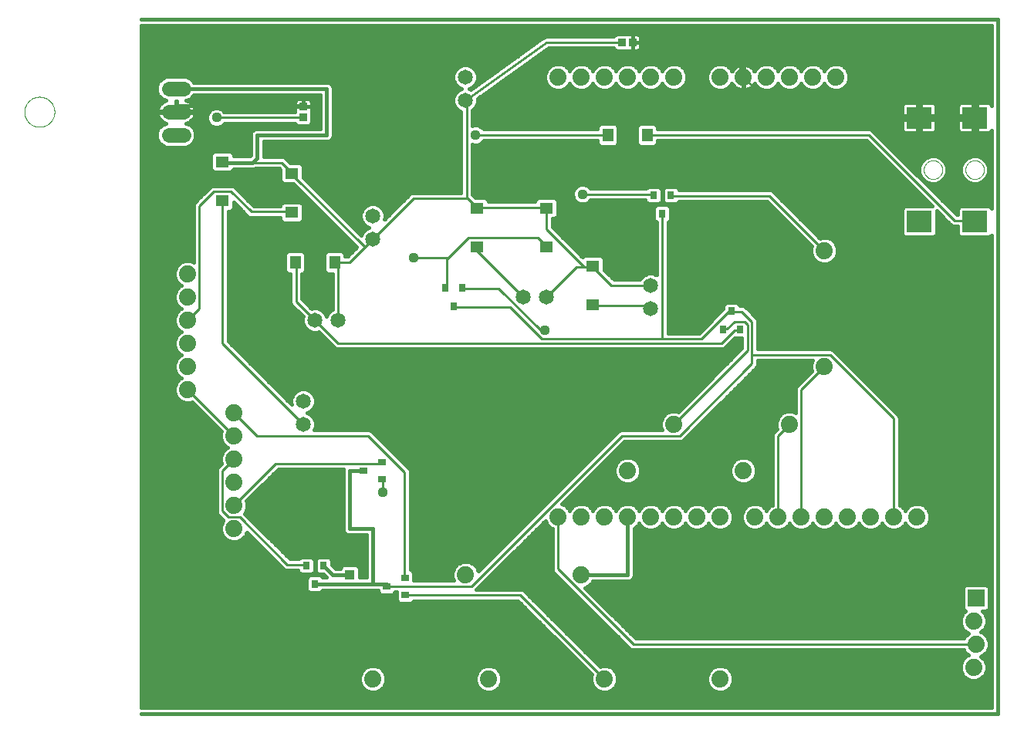
<source format=gtl>
G75*
%MOIN*%
%OFA0B0*%
%FSLAX25Y25*%
%IPPOS*%
%LPD*%
%AMOC8*
5,1,8,0,0,1.08239X$1,22.5*
%
%ADD10C,0.01600*%
%ADD11C,0.06500*%
%ADD12R,0.05787X0.05000*%
%ADD13R,0.05000X0.05787*%
%ADD14R,0.11024X0.09449*%
%ADD15C,0.00000*%
%ADD16C,0.07400*%
%ADD17R,0.03543X0.03150*%
%ADD18R,0.03150X0.03543*%
%ADD19R,0.07400X0.07400*%
%ADD20C,0.06400*%
%ADD21R,0.03543X0.03346*%
%ADD22R,0.03346X0.03543*%
%ADD23C,0.01000*%
%ADD24C,0.04400*%
%ADD25R,0.04362X0.04362*%
D10*
X0348333Y0045000D02*
X0718333Y0045000D01*
X0718333Y0345000D01*
X0348333Y0345000D01*
X0348333Y0342200D02*
X0715533Y0342200D01*
X0715533Y0307820D01*
X0715522Y0307860D01*
X0715285Y0308271D01*
X0714950Y0308606D01*
X0714540Y0308843D01*
X0714082Y0308965D01*
X0709133Y0308965D01*
X0709133Y0303241D01*
X0707533Y0303241D01*
X0707533Y0301641D01*
X0701022Y0301641D01*
X0701022Y0297480D01*
X0701144Y0297022D01*
X0701381Y0296611D01*
X0701716Y0296276D01*
X0702127Y0296039D01*
X0702585Y0295917D01*
X0707533Y0295917D01*
X0707533Y0301641D01*
X0709133Y0301641D01*
X0709133Y0295917D01*
X0714082Y0295917D01*
X0714540Y0296039D01*
X0714950Y0296276D01*
X0715285Y0296611D01*
X0715522Y0297022D01*
X0715533Y0297062D01*
X0715533Y0263424D01*
X0714674Y0264283D01*
X0701993Y0264283D01*
X0700822Y0263112D01*
X0700822Y0260625D01*
X0700619Y0260625D01*
X0664124Y0297119D01*
X0663206Y0297500D01*
X0571298Y0297500D01*
X0571298Y0298722D01*
X0570126Y0299894D01*
X0563469Y0299894D01*
X0562298Y0298722D01*
X0562298Y0291278D01*
X0563469Y0290106D01*
X0570126Y0290106D01*
X0571298Y0291278D01*
X0571298Y0292500D01*
X0661673Y0292500D01*
X0689889Y0264283D01*
X0677977Y0264283D01*
X0676806Y0263112D01*
X0676806Y0252006D01*
X0677977Y0250835D01*
X0690658Y0250835D01*
X0691829Y0252006D01*
X0691829Y0262343D01*
X0697464Y0256709D01*
X0698167Y0256006D01*
X0699086Y0255625D01*
X0700822Y0255625D01*
X0700822Y0252006D01*
X0701993Y0250835D01*
X0714674Y0250835D01*
X0715533Y0251694D01*
X0715533Y0047800D01*
X0348333Y0047800D01*
X0348333Y0342200D01*
X0348333Y0341914D02*
X0715533Y0341914D01*
X0715533Y0340316D02*
X0348333Y0340316D01*
X0348333Y0338717D02*
X0553494Y0338717D01*
X0553548Y0338772D02*
X0552377Y0337600D01*
X0552377Y0337500D01*
X0523540Y0337500D01*
X0523254Y0337548D01*
X0523048Y0337500D01*
X0522836Y0337500D01*
X0522568Y0337389D01*
X0522285Y0337323D01*
X0522113Y0337200D01*
X0521917Y0337119D01*
X0521712Y0336914D01*
X0490646Y0314724D01*
X0489981Y0315000D01*
X0491307Y0315549D01*
X0492784Y0317026D01*
X0493583Y0318956D01*
X0493583Y0321044D01*
X0492784Y0322974D01*
X0491307Y0324451D01*
X0489378Y0325250D01*
X0487289Y0325250D01*
X0485359Y0324451D01*
X0483883Y0322974D01*
X0483083Y0321044D01*
X0483083Y0318956D01*
X0483883Y0317026D01*
X0485359Y0315549D01*
X0486686Y0315000D01*
X0485359Y0314451D01*
X0483883Y0312974D01*
X0483083Y0311044D01*
X0483083Y0308956D01*
X0483883Y0307026D01*
X0485359Y0305549D01*
X0486458Y0305094D01*
X0486458Y0270000D01*
X0465336Y0270000D01*
X0464417Y0269619D01*
X0453463Y0258665D01*
X0453583Y0258956D01*
X0453583Y0261044D01*
X0452784Y0262974D01*
X0451307Y0264451D01*
X0449378Y0265250D01*
X0447289Y0265250D01*
X0445359Y0264451D01*
X0443883Y0262974D01*
X0443083Y0261044D01*
X0443083Y0258956D01*
X0443883Y0257026D01*
X0445359Y0255549D01*
X0446686Y0255000D01*
X0445359Y0254451D01*
X0443883Y0252974D01*
X0443337Y0251657D01*
X0418227Y0276767D01*
X0418227Y0281793D01*
X0417055Y0282965D01*
X0412654Y0282965D01*
X0410374Y0285244D01*
X0409456Y0285625D01*
X0401133Y0285625D01*
X0401133Y0292200D01*
X0428890Y0292200D01*
X0429919Y0292626D01*
X0430707Y0293414D01*
X0431133Y0294443D01*
X0431133Y0315557D01*
X0430707Y0316586D01*
X0429919Y0317374D01*
X0428890Y0317800D01*
X0371002Y0317800D01*
X0370942Y0317946D01*
X0369479Y0319408D01*
X0367568Y0320200D01*
X0359099Y0320200D01*
X0357188Y0319408D01*
X0355725Y0317946D01*
X0354933Y0316034D01*
X0354933Y0313966D01*
X0355725Y0312054D01*
X0357188Y0310592D01*
X0358935Y0309868D01*
X0358214Y0309634D01*
X0357513Y0309276D01*
X0356876Y0308814D01*
X0356320Y0308257D01*
X0355857Y0307621D01*
X0355500Y0306919D01*
X0355256Y0306171D01*
X0355133Y0305394D01*
X0355133Y0305200D01*
X0363133Y0305200D01*
X0363133Y0304800D01*
X0355133Y0304800D01*
X0355133Y0304606D01*
X0355256Y0303829D01*
X0355500Y0303081D01*
X0355857Y0302379D01*
X0356320Y0301743D01*
X0356876Y0301186D01*
X0357513Y0300724D01*
X0358214Y0300366D01*
X0358935Y0300132D01*
X0357188Y0299408D01*
X0355725Y0297946D01*
X0354933Y0296034D01*
X0354933Y0293966D01*
X0355725Y0292054D01*
X0357188Y0290592D01*
X0359099Y0289800D01*
X0367568Y0289800D01*
X0369479Y0290592D01*
X0370942Y0292054D01*
X0371733Y0293966D01*
X0371733Y0296034D01*
X0370942Y0297946D01*
X0369479Y0299408D01*
X0367732Y0300132D01*
X0368453Y0300366D01*
X0369154Y0300724D01*
X0369791Y0301186D01*
X0370347Y0301743D01*
X0370810Y0302379D01*
X0371167Y0303081D01*
X0371410Y0303829D01*
X0371533Y0304606D01*
X0371533Y0304800D01*
X0363533Y0304800D01*
X0363533Y0305200D01*
X0363533Y0309800D01*
X0363133Y0309800D01*
X0363133Y0305200D01*
X0363533Y0305200D01*
X0371533Y0305200D01*
X0371533Y0305394D01*
X0371410Y0306171D01*
X0371167Y0306919D01*
X0370810Y0307621D01*
X0370347Y0308257D01*
X0369791Y0308814D01*
X0369154Y0309276D01*
X0368453Y0309634D01*
X0367732Y0309868D01*
X0369479Y0310592D01*
X0370942Y0312054D01*
X0371002Y0312200D01*
X0425533Y0312200D01*
X0425533Y0297800D01*
X0397776Y0297800D01*
X0396747Y0297374D01*
X0395960Y0296586D01*
X0395533Y0295557D01*
X0395533Y0286160D01*
X0395299Y0285925D01*
X0388227Y0285925D01*
X0388227Y0286793D01*
X0387055Y0287965D01*
X0379611Y0287965D01*
X0378440Y0286793D01*
X0378440Y0280136D01*
X0379611Y0278965D01*
X0387055Y0278965D01*
X0388227Y0280136D01*
X0388227Y0280325D01*
X0397015Y0280325D01*
X0397740Y0280625D01*
X0407923Y0280625D01*
X0408440Y0280108D01*
X0408440Y0275136D01*
X0409611Y0273965D01*
X0413958Y0273965D01*
X0441360Y0246562D01*
X0437298Y0242500D01*
X0436298Y0242500D01*
X0436298Y0243722D01*
X0435126Y0244894D01*
X0428469Y0244894D01*
X0427298Y0243722D01*
X0427298Y0236278D01*
X0428469Y0235106D01*
X0430833Y0235106D01*
X0430833Y0219647D01*
X0430359Y0219451D01*
X0428883Y0217974D01*
X0428333Y0216648D01*
X0427784Y0217974D01*
X0426307Y0219451D01*
X0424378Y0220250D01*
X0422289Y0220250D01*
X0421815Y0220054D01*
X0417708Y0224161D01*
X0417708Y0235106D01*
X0418197Y0235106D01*
X0419369Y0236278D01*
X0419369Y0243722D01*
X0418197Y0244894D01*
X0411540Y0244894D01*
X0410369Y0243722D01*
X0410369Y0236278D01*
X0411540Y0235106D01*
X0412708Y0235106D01*
X0412708Y0222628D01*
X0413089Y0221709D01*
X0418280Y0216518D01*
X0418083Y0216044D01*
X0418083Y0213956D01*
X0418883Y0212026D01*
X0420359Y0210549D01*
X0422289Y0209750D01*
X0424378Y0209750D01*
X0424852Y0209946D01*
X0431917Y0202881D01*
X0432836Y0202500D01*
X0599456Y0202500D01*
X0600374Y0202881D01*
X0601078Y0203584D01*
X0604785Y0207291D01*
X0607708Y0207291D01*
X0607708Y0202911D01*
X0580196Y0175398D01*
X0579467Y0175700D01*
X0577200Y0175700D01*
X0575105Y0174832D01*
X0573501Y0173229D01*
X0572633Y0171134D01*
X0572633Y0168866D01*
X0573199Y0167500D01*
X0555336Y0167500D01*
X0554417Y0167119D01*
X0553714Y0166416D01*
X0493857Y0106559D01*
X0493166Y0108229D01*
X0491562Y0109832D01*
X0489467Y0110700D01*
X0487200Y0110700D01*
X0485105Y0109832D01*
X0483501Y0108229D01*
X0482633Y0106134D01*
X0482633Y0103866D01*
X0483199Y0102500D01*
X0466042Y0102500D01*
X0466042Y0106143D01*
X0464870Y0107315D01*
X0464583Y0107315D01*
X0464583Y0149872D01*
X0464203Y0150791D01*
X0448578Y0166416D01*
X0447874Y0167119D01*
X0446956Y0167500D01*
X0422980Y0167500D01*
X0423583Y0168956D01*
X0423583Y0171044D01*
X0422784Y0172974D01*
X0421307Y0174451D01*
X0419981Y0175000D01*
X0421307Y0175549D01*
X0422784Y0177026D01*
X0423583Y0178956D01*
X0423583Y0181044D01*
X0422784Y0182974D01*
X0421307Y0184451D01*
X0419378Y0185250D01*
X0417289Y0185250D01*
X0415359Y0184451D01*
X0413883Y0182974D01*
X0413083Y0181044D01*
X0413083Y0178956D01*
X0413204Y0178665D01*
X0385833Y0206036D01*
X0385833Y0262035D01*
X0387055Y0262035D01*
X0388227Y0263207D01*
X0388227Y0265946D01*
X0394417Y0259756D01*
X0395336Y0259375D01*
X0408440Y0259375D01*
X0408440Y0258207D01*
X0409611Y0257035D01*
X0417055Y0257035D01*
X0418227Y0258207D01*
X0418227Y0264864D01*
X0417055Y0266035D01*
X0409611Y0266035D01*
X0408440Y0264864D01*
X0408440Y0264375D01*
X0396869Y0264375D01*
X0389203Y0272041D01*
X0388499Y0272744D01*
X0387581Y0273125D01*
X0379086Y0273125D01*
X0378167Y0272744D01*
X0371917Y0266494D01*
X0371214Y0265791D01*
X0370833Y0264872D01*
X0370833Y0240134D01*
X0369467Y0240700D01*
X0367200Y0240700D01*
X0365105Y0239832D01*
X0363501Y0238229D01*
X0362633Y0236134D01*
X0362633Y0233866D01*
X0363501Y0231771D01*
X0365105Y0230168D01*
X0365510Y0230000D01*
X0365105Y0229832D01*
X0363501Y0228229D01*
X0362633Y0226134D01*
X0362633Y0223866D01*
X0363501Y0221771D01*
X0365105Y0220168D01*
X0365510Y0220000D01*
X0365105Y0219832D01*
X0363501Y0218229D01*
X0362633Y0216134D01*
X0362633Y0213866D01*
X0363501Y0211771D01*
X0365105Y0210168D01*
X0365510Y0210000D01*
X0365105Y0209832D01*
X0363501Y0208229D01*
X0362633Y0206134D01*
X0362633Y0203866D01*
X0363501Y0201771D01*
X0365105Y0200168D01*
X0365510Y0200000D01*
X0365105Y0199832D01*
X0363501Y0198229D01*
X0362633Y0196134D01*
X0362633Y0193866D01*
X0363501Y0191771D01*
X0365105Y0190168D01*
X0365510Y0190000D01*
X0365105Y0189832D01*
X0363501Y0188229D01*
X0362633Y0186134D01*
X0362633Y0183866D01*
X0363501Y0181771D01*
X0365105Y0180168D01*
X0367200Y0179300D01*
X0369467Y0179300D01*
X0370196Y0179602D01*
X0382935Y0166863D01*
X0382633Y0166134D01*
X0382633Y0163866D01*
X0383501Y0161771D01*
X0385105Y0160168D01*
X0385510Y0160000D01*
X0385105Y0159832D01*
X0383501Y0158229D01*
X0382633Y0156134D01*
X0382633Y0153866D01*
X0382935Y0153137D01*
X0381917Y0152119D01*
X0381214Y0151416D01*
X0380833Y0150497D01*
X0380833Y0132003D01*
X0381214Y0131084D01*
X0381917Y0130381D01*
X0383785Y0128513D01*
X0383501Y0128229D01*
X0382633Y0126134D01*
X0382633Y0123866D01*
X0383501Y0121771D01*
X0385105Y0120168D01*
X0387200Y0119300D01*
X0389467Y0119300D01*
X0391562Y0120168D01*
X0393166Y0121771D01*
X0393857Y0123441D01*
X0410042Y0107256D01*
X0410961Y0106875D01*
X0416018Y0106875D01*
X0416018Y0106337D01*
X0417190Y0105165D01*
X0421996Y0105165D01*
X0423168Y0106337D01*
X0423168Y0111537D01*
X0421996Y0112709D01*
X0417190Y0112709D01*
X0416356Y0111875D01*
X0412494Y0111875D01*
X0392953Y0131416D01*
X0392882Y0131487D01*
X0393166Y0131771D01*
X0394033Y0133866D01*
X0394033Y0136134D01*
X0393731Y0136863D01*
X0407494Y0150625D01*
X0435562Y0150625D01*
X0435533Y0150557D01*
X0435533Y0124443D01*
X0435960Y0123414D01*
X0436747Y0122626D01*
X0437776Y0122200D01*
X0445533Y0122200D01*
X0445533Y0103863D01*
X0442514Y0103863D01*
X0442514Y0108010D01*
X0441343Y0109181D01*
X0435324Y0109181D01*
X0434152Y0108010D01*
X0434152Y0107800D01*
X0432170Y0107800D01*
X0430648Y0109322D01*
X0430648Y0111537D01*
X0429477Y0112709D01*
X0424670Y0112709D01*
X0423499Y0111537D01*
X0423499Y0106337D01*
X0424670Y0105165D01*
X0426885Y0105165D01*
X0428188Y0103863D01*
X0426708Y0103863D01*
X0425737Y0104835D01*
X0420930Y0104835D01*
X0419759Y0103663D01*
X0419759Y0098463D01*
X0420930Y0097291D01*
X0425737Y0097291D01*
X0426708Y0098263D01*
X0450625Y0098263D01*
X0450625Y0097597D01*
X0451796Y0096425D01*
X0456996Y0096425D01*
X0458071Y0097500D01*
X0458499Y0097500D01*
X0458499Y0093857D01*
X0459670Y0092685D01*
X0464870Y0092685D01*
X0465935Y0093750D01*
X0511048Y0093750D01*
X0542935Y0061863D01*
X0542633Y0061134D01*
X0542633Y0058866D01*
X0543501Y0056771D01*
X0545105Y0055168D01*
X0547200Y0054300D01*
X0549467Y0054300D01*
X0551562Y0055168D01*
X0553166Y0056771D01*
X0554033Y0058866D01*
X0554033Y0061134D01*
X0553166Y0063229D01*
X0551562Y0064832D01*
X0549467Y0065700D01*
X0547200Y0065700D01*
X0546471Y0065398D01*
X0513499Y0098369D01*
X0512581Y0098750D01*
X0493119Y0098750D01*
X0522810Y0128441D01*
X0523501Y0126771D01*
X0525105Y0125168D01*
X0525833Y0124866D01*
X0525833Y0107003D01*
X0526214Y0106084D01*
X0526917Y0105381D01*
X0558714Y0073584D01*
X0558714Y0073584D01*
X0559417Y0072881D01*
X0560336Y0072500D01*
X0703699Y0072500D01*
X0704001Y0071771D01*
X0705549Y0070223D01*
X0704605Y0069832D01*
X0703001Y0068229D01*
X0702133Y0066134D01*
X0702133Y0063866D01*
X0703001Y0061771D01*
X0704605Y0060168D01*
X0706700Y0059300D01*
X0708967Y0059300D01*
X0711062Y0060168D01*
X0712666Y0061771D01*
X0713533Y0063866D01*
X0713533Y0066134D01*
X0712666Y0068229D01*
X0711118Y0069777D01*
X0712062Y0070168D01*
X0713666Y0071771D01*
X0714533Y0073866D01*
X0714533Y0076134D01*
X0713666Y0078229D01*
X0712062Y0079832D01*
X0711118Y0080223D01*
X0712666Y0081771D01*
X0713533Y0083866D01*
X0713533Y0086134D01*
X0712666Y0088229D01*
X0711594Y0089300D01*
X0713362Y0089300D01*
X0714533Y0090472D01*
X0714533Y0099528D01*
X0713362Y0100700D01*
X0704305Y0100700D01*
X0703133Y0099528D01*
X0703133Y0090472D01*
X0704189Y0089416D01*
X0703001Y0088229D01*
X0702133Y0086134D01*
X0702133Y0083866D01*
X0703001Y0081771D01*
X0704605Y0080168D01*
X0705549Y0079777D01*
X0704001Y0078229D01*
X0703699Y0077500D01*
X0561869Y0077500D01*
X0539893Y0099476D01*
X0541562Y0100168D01*
X0543166Y0101771D01*
X0543343Y0102200D01*
X0558890Y0102200D01*
X0559919Y0102626D01*
X0560707Y0103414D01*
X0561133Y0104443D01*
X0561133Y0124990D01*
X0561562Y0125168D01*
X0563166Y0126771D01*
X0563333Y0127176D01*
X0563501Y0126771D01*
X0565105Y0125168D01*
X0567200Y0124300D01*
X0569467Y0124300D01*
X0571562Y0125168D01*
X0573166Y0126771D01*
X0573333Y0127176D01*
X0573501Y0126771D01*
X0575105Y0125168D01*
X0577200Y0124300D01*
X0579467Y0124300D01*
X0581562Y0125168D01*
X0583166Y0126771D01*
X0583333Y0127176D01*
X0583501Y0126771D01*
X0585105Y0125168D01*
X0587200Y0124300D01*
X0589467Y0124300D01*
X0591562Y0125168D01*
X0593166Y0126771D01*
X0593333Y0127176D01*
X0593501Y0126771D01*
X0595105Y0125168D01*
X0597200Y0124300D01*
X0599467Y0124300D01*
X0601562Y0125168D01*
X0603166Y0126771D01*
X0604033Y0128866D01*
X0604033Y0131134D01*
X0603166Y0133229D01*
X0601562Y0134832D01*
X0599467Y0135700D01*
X0597200Y0135700D01*
X0595105Y0134832D01*
X0593501Y0133229D01*
X0593333Y0132824D01*
X0593166Y0133229D01*
X0591562Y0134832D01*
X0589467Y0135700D01*
X0587200Y0135700D01*
X0585105Y0134832D01*
X0583501Y0133229D01*
X0583333Y0132824D01*
X0583166Y0133229D01*
X0581562Y0134832D01*
X0579467Y0135700D01*
X0577200Y0135700D01*
X0575105Y0134832D01*
X0573501Y0133229D01*
X0573333Y0132824D01*
X0573166Y0133229D01*
X0571562Y0134832D01*
X0569467Y0135700D01*
X0567200Y0135700D01*
X0565105Y0134832D01*
X0563501Y0133229D01*
X0563333Y0132824D01*
X0563166Y0133229D01*
X0561562Y0134832D01*
X0559467Y0135700D01*
X0557200Y0135700D01*
X0555105Y0134832D01*
X0553501Y0133229D01*
X0553333Y0132824D01*
X0553166Y0133229D01*
X0551562Y0134832D01*
X0549467Y0135700D01*
X0547200Y0135700D01*
X0545105Y0134832D01*
X0543501Y0133229D01*
X0543333Y0132824D01*
X0543166Y0133229D01*
X0541562Y0134832D01*
X0539467Y0135700D01*
X0537200Y0135700D01*
X0535105Y0134832D01*
X0533501Y0133229D01*
X0533333Y0132824D01*
X0533166Y0133229D01*
X0531562Y0134832D01*
X0529893Y0135524D01*
X0556869Y0162500D01*
X0581331Y0162500D01*
X0582249Y0162881D01*
X0613499Y0194131D01*
X0614203Y0194834D01*
X0614583Y0195753D01*
X0614583Y0197500D01*
X0638199Y0197500D01*
X0637633Y0196134D01*
X0637633Y0193866D01*
X0637935Y0193137D01*
X0631214Y0186416D01*
X0630833Y0185497D01*
X0630833Y0175134D01*
X0629467Y0175700D01*
X0627200Y0175700D01*
X0625105Y0174832D01*
X0623501Y0173229D01*
X0622633Y0171134D01*
X0622633Y0168866D01*
X0622935Y0168137D01*
X0621214Y0166416D01*
X0620833Y0165497D01*
X0620833Y0135134D01*
X0620105Y0134832D01*
X0618501Y0133229D01*
X0618333Y0132824D01*
X0618166Y0133229D01*
X0616562Y0134832D01*
X0614467Y0135700D01*
X0612200Y0135700D01*
X0610105Y0134832D01*
X0608501Y0133229D01*
X0607633Y0131134D01*
X0607633Y0128866D01*
X0608501Y0126771D01*
X0610105Y0125168D01*
X0612200Y0124300D01*
X0614467Y0124300D01*
X0616562Y0125168D01*
X0618166Y0126771D01*
X0618333Y0127176D01*
X0618501Y0126771D01*
X0620105Y0125168D01*
X0622200Y0124300D01*
X0624467Y0124300D01*
X0626562Y0125168D01*
X0628166Y0126771D01*
X0628333Y0127176D01*
X0628501Y0126771D01*
X0630105Y0125168D01*
X0632200Y0124300D01*
X0634467Y0124300D01*
X0636562Y0125168D01*
X0638166Y0126771D01*
X0638333Y0127176D01*
X0638501Y0126771D01*
X0640105Y0125168D01*
X0642200Y0124300D01*
X0644467Y0124300D01*
X0646562Y0125168D01*
X0648166Y0126771D01*
X0648333Y0127176D01*
X0648501Y0126771D01*
X0650105Y0125168D01*
X0652200Y0124300D01*
X0654467Y0124300D01*
X0656562Y0125168D01*
X0658166Y0126771D01*
X0658333Y0127176D01*
X0658501Y0126771D01*
X0660105Y0125168D01*
X0662200Y0124300D01*
X0664467Y0124300D01*
X0666562Y0125168D01*
X0668166Y0126771D01*
X0668333Y0127176D01*
X0668501Y0126771D01*
X0670105Y0125168D01*
X0672200Y0124300D01*
X0674467Y0124300D01*
X0676562Y0125168D01*
X0678166Y0126771D01*
X0678333Y0127176D01*
X0678501Y0126771D01*
X0680105Y0125168D01*
X0682200Y0124300D01*
X0684467Y0124300D01*
X0686562Y0125168D01*
X0688166Y0126771D01*
X0689033Y0128866D01*
X0689033Y0131134D01*
X0688166Y0133229D01*
X0686562Y0134832D01*
X0684467Y0135700D01*
X0682200Y0135700D01*
X0680105Y0134832D01*
X0678501Y0133229D01*
X0678333Y0132824D01*
X0678166Y0133229D01*
X0676562Y0134832D01*
X0675833Y0135134D01*
X0675833Y0172997D01*
X0675453Y0173916D01*
X0647953Y0201416D01*
X0647249Y0202119D01*
X0646331Y0202500D01*
X0614583Y0202500D01*
X0614583Y0214872D01*
X0614203Y0215791D01*
X0609828Y0220166D01*
X0609124Y0220869D01*
X0608206Y0221250D01*
X0606908Y0221250D01*
X0606908Y0221537D01*
X0605737Y0222709D01*
X0600930Y0222709D01*
X0599759Y0221537D01*
X0599759Y0219961D01*
X0589173Y0209375D01*
X0575833Y0209375D01*
X0575833Y0257388D01*
X0576908Y0258463D01*
X0576908Y0263663D01*
X0575737Y0264835D01*
X0570930Y0264835D01*
X0569759Y0263663D01*
X0569759Y0258463D01*
X0570833Y0257388D01*
X0570833Y0234647D01*
X0569378Y0235250D01*
X0567289Y0235250D01*
X0565359Y0234451D01*
X0563883Y0232974D01*
X0563686Y0232500D01*
X0552494Y0232500D01*
X0548227Y0236767D01*
X0548227Y0241793D01*
X0547055Y0242965D01*
X0539611Y0242965D01*
X0538945Y0242299D01*
X0525833Y0255411D01*
X0525833Y0258965D01*
X0527055Y0258965D01*
X0528227Y0260136D01*
X0528227Y0266793D01*
X0527055Y0267965D01*
X0519611Y0267965D01*
X0518440Y0266793D01*
X0518440Y0266250D01*
X0498227Y0266250D01*
X0498227Y0266793D01*
X0497055Y0267965D01*
X0492654Y0267965D01*
X0491458Y0269161D01*
X0491458Y0290972D01*
X0491873Y0290800D01*
X0493544Y0290800D01*
X0495087Y0291439D01*
X0496148Y0292500D01*
X0545369Y0292500D01*
X0545369Y0291278D01*
X0546540Y0290106D01*
X0553197Y0290106D01*
X0554369Y0291278D01*
X0554369Y0298722D01*
X0553197Y0299894D01*
X0546540Y0299894D01*
X0545369Y0298722D01*
X0545369Y0297500D01*
X0496148Y0297500D01*
X0495087Y0298561D01*
X0493544Y0299200D01*
X0491873Y0299200D01*
X0491458Y0299028D01*
X0491458Y0305700D01*
X0492784Y0307026D01*
X0493583Y0308956D01*
X0493583Y0310678D01*
X0524134Y0332500D01*
X0552377Y0332500D01*
X0552377Y0332400D01*
X0553548Y0331228D01*
X0558552Y0331228D01*
X0558752Y0331428D01*
X0560580Y0331428D01*
X0560580Y0334963D01*
X0560653Y0334963D01*
X0560653Y0331428D01*
X0562527Y0331428D01*
X0562985Y0331551D01*
X0563395Y0331788D01*
X0563730Y0332123D01*
X0563967Y0332534D01*
X0564090Y0332991D01*
X0564090Y0334963D01*
X0560653Y0334963D01*
X0560653Y0335037D01*
X0560580Y0335037D01*
X0560580Y0338572D01*
X0558752Y0338572D01*
X0558552Y0338772D01*
X0553548Y0338772D01*
X0558606Y0338717D02*
X0715533Y0338717D01*
X0715533Y0337119D02*
X0564061Y0337119D01*
X0564090Y0337009D02*
X0563967Y0337466D01*
X0563730Y0337877D01*
X0563395Y0338212D01*
X0562985Y0338449D01*
X0562527Y0338572D01*
X0560653Y0338572D01*
X0560653Y0335037D01*
X0564090Y0335037D01*
X0564090Y0337009D01*
X0564090Y0335520D02*
X0715533Y0335520D01*
X0715533Y0333922D02*
X0564090Y0333922D01*
X0563846Y0332323D02*
X0715533Y0332323D01*
X0715533Y0330725D02*
X0521649Y0330725D01*
X0523887Y0332323D02*
X0552453Y0332323D01*
X0560580Y0332323D02*
X0560653Y0332323D01*
X0560653Y0333922D02*
X0560580Y0333922D01*
X0560580Y0335520D02*
X0560653Y0335520D01*
X0560653Y0337119D02*
X0560580Y0337119D01*
X0559467Y0325700D02*
X0557200Y0325700D01*
X0555105Y0324832D01*
X0553501Y0323229D01*
X0553333Y0322824D01*
X0553166Y0323229D01*
X0551562Y0324832D01*
X0549467Y0325700D01*
X0547200Y0325700D01*
X0545105Y0324832D01*
X0543501Y0323229D01*
X0543333Y0322824D01*
X0543166Y0323229D01*
X0541562Y0324832D01*
X0539467Y0325700D01*
X0537200Y0325700D01*
X0535105Y0324832D01*
X0533501Y0323229D01*
X0533333Y0322824D01*
X0533166Y0323229D01*
X0531562Y0324832D01*
X0529467Y0325700D01*
X0527200Y0325700D01*
X0525105Y0324832D01*
X0523501Y0323229D01*
X0522633Y0321134D01*
X0522633Y0318866D01*
X0523501Y0316771D01*
X0525105Y0315168D01*
X0527200Y0314300D01*
X0529467Y0314300D01*
X0531562Y0315168D01*
X0533166Y0316771D01*
X0533333Y0317176D01*
X0533501Y0316771D01*
X0535105Y0315168D01*
X0537200Y0314300D01*
X0539467Y0314300D01*
X0541562Y0315168D01*
X0543166Y0316771D01*
X0543333Y0317176D01*
X0543501Y0316771D01*
X0545105Y0315168D01*
X0547200Y0314300D01*
X0549467Y0314300D01*
X0551562Y0315168D01*
X0553166Y0316771D01*
X0553333Y0317176D01*
X0553501Y0316771D01*
X0555105Y0315168D01*
X0557200Y0314300D01*
X0559467Y0314300D01*
X0561562Y0315168D01*
X0563166Y0316771D01*
X0563333Y0317176D01*
X0563501Y0316771D01*
X0565105Y0315168D01*
X0567200Y0314300D01*
X0569467Y0314300D01*
X0571562Y0315168D01*
X0573166Y0316771D01*
X0573333Y0317176D01*
X0573501Y0316771D01*
X0575105Y0315168D01*
X0577200Y0314300D01*
X0579467Y0314300D01*
X0581562Y0315168D01*
X0583166Y0316771D01*
X0584033Y0318866D01*
X0584033Y0321134D01*
X0583166Y0323229D01*
X0581562Y0324832D01*
X0579467Y0325700D01*
X0577200Y0325700D01*
X0575105Y0324832D01*
X0573501Y0323229D01*
X0573333Y0322824D01*
X0573166Y0323229D01*
X0571562Y0324832D01*
X0569467Y0325700D01*
X0567200Y0325700D01*
X0565105Y0324832D01*
X0563501Y0323229D01*
X0563333Y0322824D01*
X0563166Y0323229D01*
X0561562Y0324832D01*
X0559467Y0325700D01*
X0562064Y0324331D02*
X0564603Y0324331D01*
X0572064Y0324331D02*
X0574603Y0324331D01*
X0582064Y0324331D02*
X0594603Y0324331D01*
X0595105Y0324832D02*
X0593501Y0323229D01*
X0592633Y0321134D01*
X0592633Y0318866D01*
X0593501Y0316771D01*
X0595105Y0315168D01*
X0597200Y0314300D01*
X0599467Y0314300D01*
X0601562Y0315168D01*
X0603166Y0316771D01*
X0603453Y0317464D01*
X0603629Y0317117D01*
X0604138Y0316417D01*
X0604750Y0315805D01*
X0605451Y0315296D01*
X0606222Y0314903D01*
X0607045Y0314635D01*
X0607900Y0314500D01*
X0608133Y0314500D01*
X0608133Y0319800D01*
X0608533Y0319800D01*
X0608533Y0314500D01*
X0608766Y0314500D01*
X0609621Y0314635D01*
X0610445Y0314903D01*
X0611216Y0315296D01*
X0611916Y0315805D01*
X0612528Y0316417D01*
X0613037Y0317117D01*
X0613214Y0317464D01*
X0613501Y0316771D01*
X0615105Y0315168D01*
X0617200Y0314300D01*
X0619467Y0314300D01*
X0621562Y0315168D01*
X0623166Y0316771D01*
X0623333Y0317176D01*
X0623501Y0316771D01*
X0625105Y0315168D01*
X0627200Y0314300D01*
X0629467Y0314300D01*
X0631562Y0315168D01*
X0633166Y0316771D01*
X0633333Y0317176D01*
X0633501Y0316771D01*
X0635105Y0315168D01*
X0637200Y0314300D01*
X0639467Y0314300D01*
X0641562Y0315168D01*
X0643166Y0316771D01*
X0643333Y0317176D01*
X0643501Y0316771D01*
X0645105Y0315168D01*
X0647200Y0314300D01*
X0649467Y0314300D01*
X0651562Y0315168D01*
X0653166Y0316771D01*
X0654033Y0318866D01*
X0654033Y0321134D01*
X0653166Y0323229D01*
X0651562Y0324832D01*
X0649467Y0325700D01*
X0647200Y0325700D01*
X0645105Y0324832D01*
X0643501Y0323229D01*
X0643333Y0322824D01*
X0643166Y0323229D01*
X0641562Y0324832D01*
X0639467Y0325700D01*
X0637200Y0325700D01*
X0635105Y0324832D01*
X0633501Y0323229D01*
X0633333Y0322824D01*
X0633166Y0323229D01*
X0631562Y0324832D01*
X0629467Y0325700D01*
X0627200Y0325700D01*
X0625105Y0324832D01*
X0623501Y0323229D01*
X0623333Y0322824D01*
X0623166Y0323229D01*
X0621562Y0324832D01*
X0619467Y0325700D01*
X0617200Y0325700D01*
X0615105Y0324832D01*
X0613501Y0323229D01*
X0613214Y0322536D01*
X0613037Y0322883D01*
X0612528Y0323583D01*
X0611916Y0324195D01*
X0611216Y0324704D01*
X0610445Y0325097D01*
X0609621Y0325365D01*
X0608766Y0325500D01*
X0608533Y0325500D01*
X0608533Y0320200D01*
X0608133Y0320200D01*
X0608133Y0325500D01*
X0607900Y0325500D01*
X0607045Y0325365D01*
X0606222Y0325097D01*
X0605451Y0324704D01*
X0604750Y0324195D01*
X0604138Y0323583D01*
X0603629Y0322883D01*
X0603453Y0322536D01*
X0603166Y0323229D01*
X0601562Y0324832D01*
X0599467Y0325700D01*
X0597200Y0325700D01*
X0595105Y0324832D01*
X0593295Y0322732D02*
X0583371Y0322732D01*
X0584033Y0321134D02*
X0592633Y0321134D01*
X0592633Y0319535D02*
X0584033Y0319535D01*
X0583648Y0317937D02*
X0593018Y0317937D01*
X0593934Y0316338D02*
X0582732Y0316338D01*
X0580528Y0314739D02*
X0596139Y0314739D01*
X0600528Y0314739D02*
X0606725Y0314739D01*
X0608133Y0314739D02*
X0608533Y0314739D01*
X0609941Y0314739D02*
X0616139Y0314739D01*
X0613934Y0316338D02*
X0612449Y0316338D01*
X0608533Y0316338D02*
X0608133Y0316338D01*
X0608133Y0317937D02*
X0608533Y0317937D01*
X0608533Y0319535D02*
X0608133Y0319535D01*
X0608133Y0321134D02*
X0608533Y0321134D01*
X0608533Y0322732D02*
X0608133Y0322732D01*
X0608133Y0324331D02*
X0608533Y0324331D01*
X0611730Y0324331D02*
X0614603Y0324331D01*
X0613295Y0322732D02*
X0613114Y0322732D01*
X0622064Y0324331D02*
X0624603Y0324331D01*
X0632064Y0324331D02*
X0634603Y0324331D01*
X0642064Y0324331D02*
X0644603Y0324331D01*
X0652064Y0324331D02*
X0715533Y0324331D01*
X0715533Y0325929D02*
X0514935Y0325929D01*
X0512697Y0324331D02*
X0524603Y0324331D01*
X0523295Y0322732D02*
X0510459Y0322732D01*
X0508221Y0321134D02*
X0522633Y0321134D01*
X0522633Y0319535D02*
X0505983Y0319535D01*
X0503746Y0317937D02*
X0523018Y0317937D01*
X0523934Y0316338D02*
X0501508Y0316338D01*
X0499270Y0314739D02*
X0526139Y0314739D01*
X0530528Y0314739D02*
X0536139Y0314739D01*
X0533934Y0316338D02*
X0532732Y0316338D01*
X0540528Y0314739D02*
X0546139Y0314739D01*
X0543934Y0316338D02*
X0542732Y0316338D01*
X0550528Y0314739D02*
X0556139Y0314739D01*
X0553934Y0316338D02*
X0552732Y0316338D01*
X0560528Y0314739D02*
X0566139Y0314739D01*
X0563934Y0316338D02*
X0562732Y0316338D01*
X0570528Y0314739D02*
X0576139Y0314739D01*
X0573934Y0316338D02*
X0572732Y0316338D01*
X0554603Y0324331D02*
X0552064Y0324331D01*
X0544603Y0324331D02*
X0542064Y0324331D01*
X0534603Y0324331D02*
X0532064Y0324331D01*
X0519411Y0329126D02*
X0715533Y0329126D01*
X0715533Y0327528D02*
X0517173Y0327528D01*
X0515285Y0332323D02*
X0348333Y0332323D01*
X0348333Y0330725D02*
X0513047Y0330725D01*
X0510809Y0329126D02*
X0348333Y0329126D01*
X0348333Y0327528D02*
X0508571Y0327528D01*
X0506333Y0325929D02*
X0348333Y0325929D01*
X0348333Y0324331D02*
X0485239Y0324331D01*
X0483782Y0322732D02*
X0348333Y0322732D01*
X0348333Y0321134D02*
X0483120Y0321134D01*
X0483083Y0319535D02*
X0369173Y0319535D01*
X0370945Y0317937D02*
X0483505Y0317937D01*
X0484571Y0316338D02*
X0430810Y0316338D01*
X0431133Y0314739D02*
X0486057Y0314739D01*
X0484050Y0313141D02*
X0431133Y0313141D01*
X0431133Y0311542D02*
X0483290Y0311542D01*
X0483083Y0309944D02*
X0431133Y0309944D01*
X0431133Y0308345D02*
X0483336Y0308345D01*
X0484162Y0306747D02*
X0431133Y0306747D01*
X0431133Y0305148D02*
X0486327Y0305148D01*
X0486458Y0303550D02*
X0431133Y0303550D01*
X0431133Y0301951D02*
X0486458Y0301951D01*
X0486458Y0300353D02*
X0431133Y0300353D01*
X0431133Y0298754D02*
X0486458Y0298754D01*
X0486458Y0297156D02*
X0431133Y0297156D01*
X0431133Y0295557D02*
X0486458Y0295557D01*
X0486458Y0293959D02*
X0430933Y0293959D01*
X0429277Y0292360D02*
X0486458Y0292360D01*
X0486458Y0290762D02*
X0401133Y0290762D01*
X0401133Y0289163D02*
X0486458Y0289163D01*
X0486458Y0287565D02*
X0401133Y0287565D01*
X0401133Y0285966D02*
X0486458Y0285966D01*
X0486458Y0284368D02*
X0411251Y0284368D01*
X0408440Y0279572D02*
X0387663Y0279572D01*
X0383333Y0283125D02*
X0396458Y0283125D01*
X0398333Y0285000D01*
X0398333Y0295000D01*
X0428333Y0295000D01*
X0428333Y0315000D01*
X0363333Y0315000D01*
X0358751Y0309944D02*
X0348333Y0309944D01*
X0348333Y0311542D02*
X0356237Y0311542D01*
X0355275Y0313141D02*
X0348333Y0313141D01*
X0348333Y0314739D02*
X0354933Y0314739D01*
X0355059Y0316338D02*
X0348333Y0316338D01*
X0348333Y0317937D02*
X0355721Y0317937D01*
X0357494Y0319535D02*
X0348333Y0319535D01*
X0367915Y0309944D02*
X0415053Y0309944D01*
X0415121Y0310062D02*
X0414884Y0309651D01*
X0414762Y0309194D01*
X0414762Y0307320D01*
X0418297Y0307320D01*
X0418297Y0310757D01*
X0416325Y0310757D01*
X0415867Y0310634D01*
X0415456Y0310397D01*
X0415121Y0310062D01*
X0414762Y0308345D02*
X0370259Y0308345D01*
X0371223Y0306747D02*
X0414762Y0306747D01*
X0414762Y0307247D02*
X0414762Y0305418D01*
X0414562Y0305218D01*
X0414562Y0305000D01*
X0384273Y0305000D01*
X0383212Y0306061D01*
X0381669Y0306700D01*
X0379998Y0306700D01*
X0378454Y0306061D01*
X0377273Y0304879D01*
X0376633Y0303335D01*
X0376633Y0301665D01*
X0377273Y0300121D01*
X0378454Y0298939D01*
X0379998Y0298300D01*
X0381669Y0298300D01*
X0383212Y0298939D01*
X0384273Y0300000D01*
X0414777Y0300000D01*
X0415733Y0299043D01*
X0420933Y0299043D01*
X0422105Y0300215D01*
X0422105Y0305218D01*
X0421905Y0305418D01*
X0421905Y0307247D01*
X0418370Y0307247D01*
X0418370Y0307320D01*
X0421905Y0307320D01*
X0421905Y0309194D01*
X0421782Y0309651D01*
X0421545Y0310062D01*
X0421210Y0310397D01*
X0420800Y0310634D01*
X0420342Y0310757D01*
X0418370Y0310757D01*
X0418370Y0307320D01*
X0418297Y0307320D01*
X0418297Y0307247D01*
X0414762Y0307247D01*
X0414562Y0305148D02*
X0384125Y0305148D01*
X0382766Y0298754D02*
X0425533Y0298754D01*
X0425533Y0300353D02*
X0422105Y0300353D01*
X0422105Y0301951D02*
X0425533Y0301951D01*
X0425533Y0303550D02*
X0422105Y0303550D01*
X0422105Y0305148D02*
X0425533Y0305148D01*
X0425533Y0306747D02*
X0421905Y0306747D01*
X0421905Y0308345D02*
X0425533Y0308345D01*
X0425533Y0309944D02*
X0421613Y0309944D01*
X0418370Y0309944D02*
X0418297Y0309944D01*
X0418297Y0308345D02*
X0418370Y0308345D01*
X0418333Y0307500D02*
X0363333Y0307500D01*
X0363333Y0305000D01*
X0363133Y0305148D02*
X0348333Y0305148D01*
X0348333Y0303550D02*
X0355347Y0303550D01*
X0356168Y0301951D02*
X0348333Y0301951D01*
X0348333Y0300353D02*
X0358255Y0300353D01*
X0356534Y0298754D02*
X0348333Y0298754D01*
X0348333Y0297156D02*
X0355398Y0297156D01*
X0354933Y0295557D02*
X0348333Y0295557D01*
X0348333Y0293959D02*
X0354936Y0293959D01*
X0355598Y0292360D02*
X0348333Y0292360D01*
X0348333Y0290762D02*
X0357018Y0290762D01*
X0348333Y0289163D02*
X0395533Y0289163D01*
X0395533Y0287565D02*
X0387455Y0287565D01*
X0388227Y0285966D02*
X0395340Y0285966D01*
X0395533Y0290762D02*
X0369649Y0290762D01*
X0371068Y0292360D02*
X0395533Y0292360D01*
X0395533Y0293959D02*
X0371730Y0293959D01*
X0371733Y0295557D02*
X0395534Y0295557D01*
X0396529Y0297156D02*
X0371269Y0297156D01*
X0370133Y0298754D02*
X0378901Y0298754D01*
X0377177Y0300353D02*
X0368411Y0300353D01*
X0370499Y0301951D02*
X0376633Y0301951D01*
X0376722Y0303550D02*
X0371319Y0303550D01*
X0377542Y0305148D02*
X0363533Y0305148D01*
X0363533Y0306747D02*
X0363133Y0306747D01*
X0363133Y0308345D02*
X0363533Y0308345D01*
X0356408Y0308345D02*
X0348333Y0308345D01*
X0348333Y0306747D02*
X0355444Y0306747D01*
X0370430Y0311542D02*
X0425533Y0311542D01*
X0379211Y0287565D02*
X0348333Y0287565D01*
X0348333Y0285966D02*
X0378440Y0285966D01*
X0378440Y0284368D02*
X0348333Y0284368D01*
X0348333Y0282769D02*
X0378440Y0282769D01*
X0378440Y0281171D02*
X0348333Y0281171D01*
X0348333Y0279572D02*
X0379004Y0279572D01*
X0377002Y0271580D02*
X0348333Y0271580D01*
X0348333Y0273178D02*
X0414745Y0273178D01*
X0416343Y0271580D02*
X0389664Y0271580D01*
X0391263Y0269981D02*
X0417942Y0269981D01*
X0419540Y0268383D02*
X0392861Y0268383D01*
X0394460Y0266784D02*
X0421139Y0266784D01*
X0422737Y0265186D02*
X0417905Y0265186D01*
X0418227Y0263587D02*
X0424336Y0263587D01*
X0425934Y0261989D02*
X0418227Y0261989D01*
X0418227Y0260390D02*
X0427533Y0260390D01*
X0429131Y0258792D02*
X0418227Y0258792D01*
X0417213Y0257193D02*
X0430730Y0257193D01*
X0432328Y0255595D02*
X0385833Y0255595D01*
X0385833Y0257193D02*
X0409454Y0257193D01*
X0408440Y0258792D02*
X0385833Y0258792D01*
X0385833Y0260390D02*
X0393783Y0260390D01*
X0392184Y0261989D02*
X0385833Y0261989D01*
X0388227Y0263587D02*
X0390586Y0263587D01*
X0388987Y0265186D02*
X0388227Y0265186D01*
X0396058Y0265186D02*
X0408761Y0265186D01*
X0421816Y0273178D02*
X0486458Y0273178D01*
X0486458Y0271580D02*
X0423414Y0271580D01*
X0425013Y0269981D02*
X0465291Y0269981D01*
X0463180Y0268383D02*
X0426611Y0268383D01*
X0428210Y0266784D02*
X0461582Y0266784D01*
X0459983Y0265186D02*
X0449533Y0265186D01*
X0447134Y0265186D02*
X0429808Y0265186D01*
X0431407Y0263587D02*
X0444496Y0263587D01*
X0443474Y0261989D02*
X0433005Y0261989D01*
X0434604Y0260390D02*
X0443083Y0260390D01*
X0443151Y0258792D02*
X0436202Y0258792D01*
X0437801Y0257193D02*
X0443813Y0257193D01*
X0445314Y0255595D02*
X0439399Y0255595D01*
X0440998Y0253996D02*
X0444905Y0253996D01*
X0443644Y0252398D02*
X0442596Y0252398D01*
X0438722Y0249201D02*
X0385833Y0249201D01*
X0385833Y0250799D02*
X0437124Y0250799D01*
X0435525Y0252398D02*
X0385833Y0252398D01*
X0385833Y0253996D02*
X0433927Y0253996D01*
X0440321Y0247602D02*
X0385833Y0247602D01*
X0385833Y0246003D02*
X0440801Y0246003D01*
X0439203Y0244405D02*
X0435615Y0244405D01*
X0436298Y0242806D02*
X0437604Y0242806D01*
X0427981Y0244405D02*
X0418686Y0244405D01*
X0419369Y0242806D02*
X0427298Y0242806D01*
X0427298Y0241208D02*
X0419369Y0241208D01*
X0419369Y0239609D02*
X0427298Y0239609D01*
X0427298Y0238011D02*
X0419369Y0238011D01*
X0419369Y0236412D02*
X0427298Y0236412D01*
X0430833Y0234814D02*
X0417708Y0234814D01*
X0417708Y0233215D02*
X0430833Y0233215D01*
X0430833Y0231617D02*
X0417708Y0231617D01*
X0417708Y0230018D02*
X0430833Y0230018D01*
X0430833Y0228420D02*
X0417708Y0228420D01*
X0417708Y0226821D02*
X0430833Y0226821D01*
X0430833Y0225223D02*
X0417708Y0225223D01*
X0418245Y0223624D02*
X0430833Y0223624D01*
X0430833Y0222026D02*
X0419843Y0222026D01*
X0421442Y0220427D02*
X0430833Y0220427D01*
X0429738Y0218829D02*
X0426929Y0218829D01*
X0428092Y0217230D02*
X0428575Y0217230D01*
X0418083Y0215632D02*
X0385833Y0215632D01*
X0385833Y0217230D02*
X0417567Y0217230D01*
X0415969Y0218829D02*
X0385833Y0218829D01*
X0385833Y0220427D02*
X0414370Y0220427D01*
X0412958Y0222026D02*
X0385833Y0222026D01*
X0385833Y0223624D02*
X0412708Y0223624D01*
X0412708Y0225223D02*
X0385833Y0225223D01*
X0385833Y0226821D02*
X0412708Y0226821D01*
X0412708Y0228420D02*
X0385833Y0228420D01*
X0385833Y0230018D02*
X0412708Y0230018D01*
X0412708Y0231617D02*
X0385833Y0231617D01*
X0385833Y0233215D02*
X0412708Y0233215D01*
X0412708Y0234814D02*
X0385833Y0234814D01*
X0385833Y0236412D02*
X0410369Y0236412D01*
X0410369Y0238011D02*
X0385833Y0238011D01*
X0385833Y0239609D02*
X0410369Y0239609D01*
X0410369Y0241208D02*
X0385833Y0241208D01*
X0385833Y0242806D02*
X0410369Y0242806D01*
X0411052Y0244405D02*
X0385833Y0244405D01*
X0370833Y0244405D02*
X0348333Y0244405D01*
X0348333Y0246003D02*
X0370833Y0246003D01*
X0370833Y0247602D02*
X0348333Y0247602D01*
X0348333Y0249201D02*
X0370833Y0249201D01*
X0370833Y0250799D02*
X0348333Y0250799D01*
X0348333Y0252398D02*
X0370833Y0252398D01*
X0370833Y0253996D02*
X0348333Y0253996D01*
X0348333Y0255595D02*
X0370833Y0255595D01*
X0370833Y0257193D02*
X0348333Y0257193D01*
X0348333Y0258792D02*
X0370833Y0258792D01*
X0370833Y0260390D02*
X0348333Y0260390D01*
X0348333Y0261989D02*
X0370833Y0261989D01*
X0370833Y0263587D02*
X0348333Y0263587D01*
X0348333Y0265186D02*
X0370963Y0265186D01*
X0372207Y0266784D02*
X0348333Y0266784D01*
X0348333Y0268383D02*
X0373805Y0268383D01*
X0375404Y0269981D02*
X0348333Y0269981D01*
X0348333Y0274777D02*
X0408799Y0274777D01*
X0408440Y0276375D02*
X0348333Y0276375D01*
X0348333Y0277974D02*
X0408440Y0277974D01*
X0418227Y0277974D02*
X0486458Y0277974D01*
X0486458Y0279572D02*
X0418227Y0279572D01*
X0418227Y0281171D02*
X0486458Y0281171D01*
X0486458Y0282769D02*
X0417251Y0282769D01*
X0418619Y0276375D02*
X0486458Y0276375D01*
X0486458Y0274777D02*
X0420217Y0274777D01*
X0452171Y0263587D02*
X0458385Y0263587D01*
X0456786Y0261989D02*
X0453192Y0261989D01*
X0453583Y0260390D02*
X0455188Y0260390D01*
X0453589Y0258792D02*
X0453515Y0258792D01*
X0491458Y0269981D02*
X0534758Y0269981D01*
X0534758Y0270210D02*
X0534758Y0268540D01*
X0535398Y0266996D01*
X0536579Y0265814D01*
X0538123Y0265175D01*
X0539794Y0265175D01*
X0541337Y0265814D01*
X0542398Y0266875D01*
X0566018Y0266875D01*
X0566018Y0266337D01*
X0567190Y0265165D01*
X0571996Y0265165D01*
X0573168Y0266337D01*
X0573168Y0271537D01*
X0571996Y0272709D01*
X0567190Y0272709D01*
X0566356Y0271875D01*
X0542398Y0271875D01*
X0541337Y0272936D01*
X0539794Y0273575D01*
X0538123Y0273575D01*
X0536579Y0272936D01*
X0535398Y0271754D01*
X0534758Y0270210D01*
X0535325Y0271580D02*
X0491458Y0271580D01*
X0491458Y0273178D02*
X0537165Y0273178D01*
X0540752Y0273178D02*
X0680995Y0273178D01*
X0682593Y0271580D02*
X0580606Y0271580D01*
X0580648Y0271537D02*
X0579477Y0272709D01*
X0574670Y0272709D01*
X0573499Y0271537D01*
X0573499Y0266337D01*
X0574670Y0265165D01*
X0579477Y0265165D01*
X0580561Y0266250D01*
X0618548Y0266250D01*
X0637935Y0246863D01*
X0637633Y0246134D01*
X0637633Y0243866D01*
X0638501Y0241771D01*
X0640105Y0240168D01*
X0642200Y0239300D01*
X0644467Y0239300D01*
X0646562Y0240168D01*
X0648166Y0241771D01*
X0649033Y0243866D01*
X0649033Y0246134D01*
X0648166Y0248229D01*
X0646562Y0249832D01*
X0644467Y0250700D01*
X0642200Y0250700D01*
X0641471Y0250398D01*
X0620999Y0270869D01*
X0620081Y0271250D01*
X0580648Y0271250D01*
X0580648Y0271537D01*
X0573541Y0271580D02*
X0573125Y0271580D01*
X0573168Y0269981D02*
X0573499Y0269981D01*
X0573499Y0268383D02*
X0573168Y0268383D01*
X0573168Y0266784D02*
X0573499Y0266784D01*
X0574650Y0265186D02*
X0572017Y0265186D01*
X0569759Y0263587D02*
X0528227Y0263587D01*
X0528227Y0261989D02*
X0569759Y0261989D01*
X0569759Y0260390D02*
X0528227Y0260390D01*
X0525833Y0258792D02*
X0569759Y0258792D01*
X0570833Y0257193D02*
X0525833Y0257193D01*
X0525833Y0255595D02*
X0570833Y0255595D01*
X0570833Y0253996D02*
X0527248Y0253996D01*
X0528846Y0252398D02*
X0570833Y0252398D01*
X0570833Y0250799D02*
X0530445Y0250799D01*
X0532043Y0249201D02*
X0570833Y0249201D01*
X0570833Y0247602D02*
X0533642Y0247602D01*
X0535240Y0246003D02*
X0570833Y0246003D01*
X0570833Y0244405D02*
X0536839Y0244405D01*
X0538437Y0242806D02*
X0539453Y0242806D01*
X0547214Y0242806D02*
X0570833Y0242806D01*
X0570833Y0241208D02*
X0548227Y0241208D01*
X0548227Y0239609D02*
X0570833Y0239609D01*
X0570833Y0238011D02*
X0548227Y0238011D01*
X0548581Y0236412D02*
X0570833Y0236412D01*
X0570833Y0234814D02*
X0570430Y0234814D01*
X0566236Y0234814D02*
X0550180Y0234814D01*
X0551778Y0233215D02*
X0564124Y0233215D01*
X0575833Y0233215D02*
X0715533Y0233215D01*
X0715533Y0231617D02*
X0575833Y0231617D01*
X0575833Y0230018D02*
X0715533Y0230018D01*
X0715533Y0228420D02*
X0575833Y0228420D01*
X0575833Y0226821D02*
X0715533Y0226821D01*
X0715533Y0225223D02*
X0575833Y0225223D01*
X0575833Y0223624D02*
X0715533Y0223624D01*
X0715533Y0222026D02*
X0606419Y0222026D01*
X0609567Y0220427D02*
X0715533Y0220427D01*
X0715533Y0218829D02*
X0611165Y0218829D01*
X0612764Y0217230D02*
X0715533Y0217230D01*
X0715533Y0215632D02*
X0614269Y0215632D01*
X0614583Y0214033D02*
X0715533Y0214033D01*
X0715533Y0212435D02*
X0614583Y0212435D01*
X0614583Y0210836D02*
X0715533Y0210836D01*
X0715533Y0209238D02*
X0614583Y0209238D01*
X0614583Y0207639D02*
X0715533Y0207639D01*
X0715533Y0206041D02*
X0614583Y0206041D01*
X0614583Y0204442D02*
X0715533Y0204442D01*
X0715533Y0202844D02*
X0614583Y0202844D01*
X0607641Y0202844D02*
X0600285Y0202844D01*
X0601936Y0204442D02*
X0607708Y0204442D01*
X0607708Y0206041D02*
X0603535Y0206041D01*
X0606043Y0201245D02*
X0390624Y0201245D01*
X0392222Y0199647D02*
X0604444Y0199647D01*
X0602846Y0198048D02*
X0393821Y0198048D01*
X0395419Y0196450D02*
X0601247Y0196450D01*
X0599649Y0194851D02*
X0397018Y0194851D01*
X0398616Y0193253D02*
X0598050Y0193253D01*
X0596452Y0191654D02*
X0400215Y0191654D01*
X0401813Y0190056D02*
X0594853Y0190056D01*
X0593255Y0188457D02*
X0403412Y0188457D01*
X0405010Y0186859D02*
X0591656Y0186859D01*
X0590058Y0185260D02*
X0406609Y0185260D01*
X0408207Y0183662D02*
X0414570Y0183662D01*
X0413505Y0182063D02*
X0409806Y0182063D01*
X0411404Y0180465D02*
X0413083Y0180465D01*
X0413120Y0178866D02*
X0413003Y0178866D01*
X0421427Y0175669D02*
X0577125Y0175669D01*
X0579542Y0175669D02*
X0580467Y0175669D01*
X0582065Y0177268D02*
X0422884Y0177268D01*
X0423546Y0178866D02*
X0583664Y0178866D01*
X0585262Y0180465D02*
X0423583Y0180465D01*
X0423161Y0182063D02*
X0586861Y0182063D01*
X0588459Y0183662D02*
X0422096Y0183662D01*
X0421687Y0174070D02*
X0574343Y0174070D01*
X0573188Y0172472D02*
X0422992Y0172472D01*
X0423583Y0170873D02*
X0572633Y0170873D01*
X0572633Y0169275D02*
X0423583Y0169275D01*
X0423053Y0167676D02*
X0573126Y0167676D01*
X0582250Y0162881D02*
X0620833Y0162881D01*
X0620833Y0164479D02*
X0583848Y0164479D01*
X0585447Y0166078D02*
X0621074Y0166078D01*
X0622474Y0167676D02*
X0587045Y0167676D01*
X0588644Y0169275D02*
X0622633Y0169275D01*
X0622633Y0170873D02*
X0590242Y0170873D01*
X0591841Y0172472D02*
X0623188Y0172472D01*
X0624343Y0174070D02*
X0593439Y0174070D01*
X0595038Y0175669D02*
X0627125Y0175669D01*
X0629542Y0175669D02*
X0630833Y0175669D01*
X0630833Y0177268D02*
X0596636Y0177268D01*
X0598235Y0178866D02*
X0630833Y0178866D01*
X0630833Y0180465D02*
X0599833Y0180465D01*
X0601432Y0182063D02*
X0630833Y0182063D01*
X0630833Y0183662D02*
X0603030Y0183662D01*
X0604629Y0185260D02*
X0630833Y0185260D01*
X0631656Y0186859D02*
X0606227Y0186859D01*
X0607826Y0188457D02*
X0633255Y0188457D01*
X0634853Y0190056D02*
X0609424Y0190056D01*
X0611023Y0191654D02*
X0636452Y0191654D01*
X0637887Y0193253D02*
X0612621Y0193253D01*
X0614210Y0194851D02*
X0637633Y0194851D01*
X0637764Y0196450D02*
X0614583Y0196450D01*
X0590634Y0210836D02*
X0575833Y0210836D01*
X0575833Y0212435D02*
X0592233Y0212435D01*
X0593831Y0214033D02*
X0575833Y0214033D01*
X0575833Y0215632D02*
X0595430Y0215632D01*
X0597028Y0217230D02*
X0575833Y0217230D01*
X0575833Y0218829D02*
X0598627Y0218829D01*
X0599759Y0220427D02*
X0575833Y0220427D01*
X0575833Y0222026D02*
X0600247Y0222026D01*
X0575833Y0234814D02*
X0715533Y0234814D01*
X0715533Y0236412D02*
X0575833Y0236412D01*
X0575833Y0238011D02*
X0715533Y0238011D01*
X0715533Y0239609D02*
X0645214Y0239609D01*
X0647602Y0241208D02*
X0715533Y0241208D01*
X0715533Y0242806D02*
X0648594Y0242806D01*
X0649033Y0244405D02*
X0715533Y0244405D01*
X0715533Y0246003D02*
X0649033Y0246003D01*
X0648425Y0247602D02*
X0715533Y0247602D01*
X0715533Y0249201D02*
X0647194Y0249201D01*
X0641070Y0250799D02*
X0715533Y0250799D01*
X0700822Y0252398D02*
X0691829Y0252398D01*
X0691829Y0253996D02*
X0700822Y0253996D01*
X0700822Y0255595D02*
X0691829Y0255595D01*
X0691829Y0257193D02*
X0696980Y0257193D01*
X0695381Y0258792D02*
X0691829Y0258792D01*
X0691829Y0260390D02*
X0693783Y0260390D01*
X0692184Y0261989D02*
X0691829Y0261989D01*
X0688987Y0265186D02*
X0626683Y0265186D01*
X0625085Y0266784D02*
X0687389Y0266784D01*
X0685790Y0268383D02*
X0623486Y0268383D01*
X0621888Y0269981D02*
X0684192Y0269981D01*
X0688066Y0273178D02*
X0715533Y0273178D01*
X0715533Y0271580D02*
X0689664Y0271580D01*
X0691263Y0269981D02*
X0715533Y0269981D01*
X0715533Y0268383D02*
X0692861Y0268383D01*
X0694460Y0266784D02*
X0715533Y0266784D01*
X0715533Y0265186D02*
X0696058Y0265186D01*
X0697657Y0263587D02*
X0701297Y0263587D01*
X0700822Y0261989D02*
X0699255Y0261989D01*
X0715370Y0263587D02*
X0715533Y0263587D01*
X0715533Y0274777D02*
X0711402Y0274777D01*
X0711732Y0274913D02*
X0713420Y0276601D01*
X0714333Y0278807D01*
X0714333Y0281193D01*
X0713420Y0283399D01*
X0711732Y0285087D01*
X0709527Y0286000D01*
X0707140Y0286000D01*
X0704935Y0285087D01*
X0703247Y0283399D01*
X0702333Y0281193D01*
X0702333Y0278807D01*
X0703247Y0276601D01*
X0704935Y0274913D01*
X0707140Y0274000D01*
X0709527Y0274000D01*
X0711732Y0274913D01*
X0713194Y0276375D02*
X0715533Y0276375D01*
X0715533Y0277974D02*
X0713988Y0277974D01*
X0714333Y0279572D02*
X0715533Y0279572D01*
X0715533Y0281171D02*
X0714333Y0281171D01*
X0713681Y0282769D02*
X0715533Y0282769D01*
X0715533Y0284368D02*
X0712451Y0284368D01*
X0709608Y0285966D02*
X0715533Y0285966D01*
X0715533Y0287565D02*
X0673679Y0287565D01*
X0672081Y0289163D02*
X0715533Y0289163D01*
X0715533Y0290762D02*
X0670482Y0290762D01*
X0668884Y0292360D02*
X0715533Y0292360D01*
X0715533Y0293959D02*
X0667285Y0293959D01*
X0665687Y0295557D02*
X0715533Y0295557D01*
X0709133Y0297156D02*
X0707533Y0297156D01*
X0707533Y0298754D02*
X0709133Y0298754D01*
X0709133Y0300353D02*
X0707533Y0300353D01*
X0707533Y0301951D02*
X0685118Y0301951D01*
X0685118Y0301641D02*
X0685118Y0303241D01*
X0691629Y0303241D01*
X0691629Y0307402D01*
X0691507Y0307860D01*
X0691270Y0308271D01*
X0690935Y0308606D01*
X0690524Y0308843D01*
X0690066Y0308965D01*
X0685118Y0308965D01*
X0685118Y0303241D01*
X0683518Y0303241D01*
X0683518Y0308965D01*
X0678569Y0308965D01*
X0678111Y0308843D01*
X0677701Y0308606D01*
X0677365Y0308271D01*
X0677128Y0307860D01*
X0677006Y0307402D01*
X0677006Y0303241D01*
X0683518Y0303241D01*
X0683518Y0301641D01*
X0685118Y0301641D01*
X0691629Y0301641D01*
X0691629Y0297480D01*
X0691507Y0297022D01*
X0691270Y0296611D01*
X0690935Y0296276D01*
X0690524Y0296039D01*
X0690066Y0295917D01*
X0685118Y0295917D01*
X0685118Y0301641D01*
X0685118Y0300353D02*
X0683518Y0300353D01*
X0683518Y0301641D02*
X0683518Y0295917D01*
X0678569Y0295917D01*
X0678111Y0296039D01*
X0677701Y0296276D01*
X0677365Y0296611D01*
X0677128Y0297022D01*
X0677006Y0297480D01*
X0677006Y0301641D01*
X0683518Y0301641D01*
X0683518Y0301951D02*
X0491458Y0301951D01*
X0491458Y0300353D02*
X0677006Y0300353D01*
X0677006Y0298754D02*
X0571266Y0298754D01*
X0562330Y0298754D02*
X0554337Y0298754D01*
X0554369Y0297156D02*
X0562298Y0297156D01*
X0562298Y0295557D02*
X0554369Y0295557D01*
X0554369Y0293959D02*
X0562298Y0293959D01*
X0562298Y0292360D02*
X0554369Y0292360D01*
X0553853Y0290762D02*
X0562814Y0290762D01*
X0570782Y0290762D02*
X0663411Y0290762D01*
X0661812Y0292360D02*
X0571298Y0292360D01*
X0545885Y0290762D02*
X0491458Y0290762D01*
X0491458Y0289163D02*
X0665009Y0289163D01*
X0666608Y0287565D02*
X0491458Y0287565D01*
X0491458Y0285966D02*
X0668207Y0285966D01*
X0669805Y0284368D02*
X0491458Y0284368D01*
X0491458Y0282769D02*
X0671404Y0282769D01*
X0673002Y0281171D02*
X0491458Y0281171D01*
X0491458Y0279572D02*
X0674601Y0279572D01*
X0676199Y0277974D02*
X0491458Y0277974D01*
X0491458Y0276375D02*
X0677798Y0276375D01*
X0679396Y0274777D02*
X0491458Y0274777D01*
X0492236Y0268383D02*
X0534823Y0268383D01*
X0535609Y0266784D02*
X0528227Y0266784D01*
X0528227Y0265186D02*
X0538097Y0265186D01*
X0539819Y0265186D02*
X0567170Y0265186D01*
X0566018Y0266784D02*
X0542307Y0266784D01*
X0518440Y0266784D02*
X0498227Y0266784D01*
X0496008Y0292360D02*
X0545369Y0292360D01*
X0545401Y0298754D02*
X0494620Y0298754D01*
X0491458Y0303550D02*
X0677006Y0303550D01*
X0677006Y0305148D02*
X0491458Y0305148D01*
X0492505Y0306747D02*
X0677006Y0306747D01*
X0677440Y0308345D02*
X0493331Y0308345D01*
X0493583Y0309944D02*
X0715533Y0309944D01*
X0715533Y0311542D02*
X0494794Y0311542D01*
X0497032Y0313141D02*
X0715533Y0313141D01*
X0715533Y0314739D02*
X0650528Y0314739D01*
X0652732Y0316338D02*
X0715533Y0316338D01*
X0715533Y0317937D02*
X0653648Y0317937D01*
X0654033Y0319535D02*
X0715533Y0319535D01*
X0715533Y0321134D02*
X0654033Y0321134D01*
X0653371Y0322732D02*
X0715533Y0322732D01*
X0707533Y0308965D02*
X0702585Y0308965D01*
X0702127Y0308843D01*
X0701716Y0308606D01*
X0701381Y0308271D01*
X0701144Y0307860D01*
X0701022Y0307402D01*
X0701022Y0303241D01*
X0707533Y0303241D01*
X0707533Y0308965D01*
X0707533Y0308345D02*
X0709133Y0308345D01*
X0709133Y0306747D02*
X0707533Y0306747D01*
X0707533Y0305148D02*
X0709133Y0305148D01*
X0709133Y0303550D02*
X0707533Y0303550D01*
X0701022Y0303550D02*
X0691629Y0303550D01*
X0691629Y0305148D02*
X0701022Y0305148D01*
X0701022Y0306747D02*
X0691629Y0306747D01*
X0691195Y0308345D02*
X0701456Y0308345D01*
X0701022Y0300353D02*
X0691629Y0300353D01*
X0691629Y0298754D02*
X0701022Y0298754D01*
X0701108Y0297156D02*
X0691543Y0297156D01*
X0685118Y0297156D02*
X0683518Y0297156D01*
X0683518Y0298754D02*
X0685118Y0298754D01*
X0685118Y0303550D02*
X0683518Y0303550D01*
X0683518Y0305148D02*
X0685118Y0305148D01*
X0685118Y0306747D02*
X0683518Y0306747D01*
X0683518Y0308345D02*
X0685118Y0308345D01*
X0677092Y0297156D02*
X0664036Y0297156D01*
X0675278Y0285966D02*
X0689058Y0285966D01*
X0689140Y0286000D02*
X0686935Y0285087D01*
X0685247Y0283399D01*
X0684333Y0281193D01*
X0684333Y0278807D01*
X0685247Y0276601D01*
X0686935Y0274913D01*
X0689140Y0274000D01*
X0691527Y0274000D01*
X0693732Y0274913D01*
X0695420Y0276601D01*
X0696333Y0278807D01*
X0696333Y0281193D01*
X0695420Y0283399D01*
X0693732Y0285087D01*
X0691527Y0286000D01*
X0689140Y0286000D01*
X0691608Y0285966D02*
X0707058Y0285966D01*
X0704216Y0284368D02*
X0694451Y0284368D01*
X0695681Y0282769D02*
X0702986Y0282769D01*
X0702333Y0281171D02*
X0696333Y0281171D01*
X0696333Y0279572D02*
X0702333Y0279572D01*
X0702678Y0277974D02*
X0695988Y0277974D01*
X0695194Y0276375D02*
X0703473Y0276375D01*
X0705265Y0274777D02*
X0693402Y0274777D01*
X0687265Y0274777D02*
X0686467Y0274777D01*
X0685473Y0276375D02*
X0684869Y0276375D01*
X0684678Y0277974D02*
X0683270Y0277974D01*
X0684333Y0279572D02*
X0681672Y0279572D01*
X0680073Y0281171D02*
X0684333Y0281171D01*
X0684986Y0282769D02*
X0678475Y0282769D01*
X0676876Y0284368D02*
X0686216Y0284368D01*
X0677281Y0263587D02*
X0628282Y0263587D01*
X0629880Y0261989D02*
X0676806Y0261989D01*
X0676806Y0260390D02*
X0631479Y0260390D01*
X0633077Y0258792D02*
X0676806Y0258792D01*
X0676806Y0257193D02*
X0634676Y0257193D01*
X0636274Y0255595D02*
X0676806Y0255595D01*
X0676806Y0253996D02*
X0637873Y0253996D01*
X0639471Y0252398D02*
X0676806Y0252398D01*
X0641452Y0239609D02*
X0575833Y0239609D01*
X0575833Y0241208D02*
X0639064Y0241208D01*
X0638072Y0242806D02*
X0575833Y0242806D01*
X0575833Y0244405D02*
X0637633Y0244405D01*
X0637633Y0246003D02*
X0575833Y0246003D01*
X0575833Y0247602D02*
X0637196Y0247602D01*
X0635597Y0249201D02*
X0575833Y0249201D01*
X0575833Y0250799D02*
X0633999Y0250799D01*
X0632400Y0252398D02*
X0575833Y0252398D01*
X0575833Y0253996D02*
X0630802Y0253996D01*
X0629203Y0255595D02*
X0575833Y0255595D01*
X0575833Y0257193D02*
X0627605Y0257193D01*
X0626006Y0258792D02*
X0576908Y0258792D01*
X0576908Y0260390D02*
X0624408Y0260390D01*
X0622809Y0261989D02*
X0576908Y0261989D01*
X0576908Y0263587D02*
X0621211Y0263587D01*
X0619612Y0265186D02*
X0579497Y0265186D01*
X0620528Y0314739D02*
X0626139Y0314739D01*
X0623934Y0316338D02*
X0622732Y0316338D01*
X0630528Y0314739D02*
X0636139Y0314739D01*
X0633934Y0316338D02*
X0632732Y0316338D01*
X0640528Y0314739D02*
X0646139Y0314739D01*
X0643934Y0316338D02*
X0642732Y0316338D01*
X0604217Y0316338D02*
X0602732Y0316338D01*
X0603371Y0322732D02*
X0603553Y0322732D01*
X0604937Y0324331D02*
X0602064Y0324331D01*
X0521916Y0337119D02*
X0348333Y0337119D01*
X0348333Y0335520D02*
X0519760Y0335520D01*
X0517522Y0333922D02*
X0348333Y0333922D01*
X0491427Y0324331D02*
X0504095Y0324331D01*
X0501857Y0322732D02*
X0492884Y0322732D01*
X0493546Y0321134D02*
X0499619Y0321134D01*
X0497381Y0319535D02*
X0493583Y0319535D01*
X0493161Y0317937D02*
X0495143Y0317937D01*
X0492905Y0316338D02*
X0492096Y0316338D01*
X0490667Y0314739D02*
X0490610Y0314739D01*
X0370833Y0242806D02*
X0348333Y0242806D01*
X0348333Y0241208D02*
X0370833Y0241208D01*
X0364882Y0239609D02*
X0348333Y0239609D01*
X0348333Y0238011D02*
X0363411Y0238011D01*
X0362749Y0236412D02*
X0348333Y0236412D01*
X0348333Y0234814D02*
X0362633Y0234814D01*
X0362903Y0233215D02*
X0348333Y0233215D01*
X0348333Y0231617D02*
X0363655Y0231617D01*
X0365465Y0230018D02*
X0348333Y0230018D01*
X0348333Y0228420D02*
X0363692Y0228420D01*
X0362918Y0226821D02*
X0348333Y0226821D01*
X0348333Y0225223D02*
X0362633Y0225223D01*
X0362734Y0223624D02*
X0348333Y0223624D01*
X0348333Y0222026D02*
X0363396Y0222026D01*
X0364845Y0220427D02*
X0348333Y0220427D01*
X0348333Y0218829D02*
X0364101Y0218829D01*
X0363088Y0217230D02*
X0348333Y0217230D01*
X0348333Y0215632D02*
X0362633Y0215632D01*
X0362633Y0214033D02*
X0348333Y0214033D01*
X0348333Y0212435D02*
X0363226Y0212435D01*
X0364436Y0210836D02*
X0348333Y0210836D01*
X0348333Y0209238D02*
X0364510Y0209238D01*
X0363257Y0207639D02*
X0348333Y0207639D01*
X0348333Y0206041D02*
X0362633Y0206041D01*
X0362633Y0204442D02*
X0348333Y0204442D01*
X0348333Y0202844D02*
X0363057Y0202844D01*
X0364027Y0201245D02*
X0348333Y0201245D01*
X0348333Y0199647D02*
X0364919Y0199647D01*
X0363426Y0198048D02*
X0348333Y0198048D01*
X0348333Y0196450D02*
X0362764Y0196450D01*
X0362633Y0194851D02*
X0348333Y0194851D01*
X0348333Y0193253D02*
X0362887Y0193253D01*
X0363618Y0191654D02*
X0348333Y0191654D01*
X0348333Y0190056D02*
X0365375Y0190056D01*
X0363729Y0188457D02*
X0348333Y0188457D01*
X0348333Y0186859D02*
X0362934Y0186859D01*
X0362633Y0185260D02*
X0348333Y0185260D01*
X0348333Y0183662D02*
X0362718Y0183662D01*
X0363380Y0182063D02*
X0348333Y0182063D01*
X0348333Y0180465D02*
X0364808Y0180465D01*
X0370932Y0178866D02*
X0348333Y0178866D01*
X0348333Y0177268D02*
X0372530Y0177268D01*
X0374129Y0175669D02*
X0348333Y0175669D01*
X0348333Y0174070D02*
X0375727Y0174070D01*
X0377326Y0172472D02*
X0348333Y0172472D01*
X0348333Y0170873D02*
X0378924Y0170873D01*
X0380523Y0169275D02*
X0348333Y0169275D01*
X0348333Y0167676D02*
X0382121Y0167676D01*
X0382633Y0166078D02*
X0348333Y0166078D01*
X0348333Y0164479D02*
X0382633Y0164479D01*
X0383041Y0162881D02*
X0348333Y0162881D01*
X0348333Y0161282D02*
X0383990Y0161282D01*
X0384956Y0159684D02*
X0348333Y0159684D01*
X0348333Y0158085D02*
X0383442Y0158085D01*
X0382780Y0156487D02*
X0348333Y0156487D01*
X0348333Y0154888D02*
X0382633Y0154888D01*
X0382872Y0153290D02*
X0348333Y0153290D01*
X0348333Y0151691D02*
X0381489Y0151691D01*
X0381917Y0152119D02*
X0381917Y0152119D01*
X0380833Y0150093D02*
X0348333Y0150093D01*
X0348333Y0148494D02*
X0380833Y0148494D01*
X0380833Y0146896D02*
X0348333Y0146896D01*
X0348333Y0145297D02*
X0380833Y0145297D01*
X0380833Y0143699D02*
X0348333Y0143699D01*
X0348333Y0142100D02*
X0380833Y0142100D01*
X0380833Y0140502D02*
X0348333Y0140502D01*
X0348333Y0138903D02*
X0380833Y0138903D01*
X0380833Y0137305D02*
X0348333Y0137305D01*
X0348333Y0135706D02*
X0380833Y0135706D01*
X0380833Y0134108D02*
X0348333Y0134108D01*
X0348333Y0132509D02*
X0380833Y0132509D01*
X0381387Y0130911D02*
X0348333Y0130911D01*
X0348333Y0129312D02*
X0382986Y0129312D01*
X0383288Y0127714D02*
X0348333Y0127714D01*
X0348333Y0126115D02*
X0382633Y0126115D01*
X0382633Y0124517D02*
X0348333Y0124517D01*
X0348333Y0122918D02*
X0383026Y0122918D01*
X0383953Y0121320D02*
X0348333Y0121320D01*
X0348333Y0119721D02*
X0386183Y0119721D01*
X0390484Y0119721D02*
X0397577Y0119721D01*
X0399175Y0118123D02*
X0348333Y0118123D01*
X0348333Y0116524D02*
X0400774Y0116524D01*
X0402372Y0114926D02*
X0348333Y0114926D01*
X0348333Y0113327D02*
X0403971Y0113327D01*
X0405569Y0111729D02*
X0348333Y0111729D01*
X0348333Y0110130D02*
X0407168Y0110130D01*
X0408766Y0108532D02*
X0348333Y0108532D01*
X0348333Y0106933D02*
X0410821Y0106933D01*
X0417021Y0105334D02*
X0348333Y0105334D01*
X0348333Y0103736D02*
X0419831Y0103736D01*
X0419759Y0102137D02*
X0348333Y0102137D01*
X0348333Y0100539D02*
X0419759Y0100539D01*
X0419759Y0098940D02*
X0348333Y0098940D01*
X0348333Y0097342D02*
X0420879Y0097342D01*
X0423333Y0101063D02*
X0448333Y0101063D01*
X0448333Y0125000D01*
X0438333Y0125000D01*
X0438333Y0150000D01*
X0444583Y0150000D01*
X0435533Y0150093D02*
X0406962Y0150093D01*
X0405363Y0148494D02*
X0435533Y0148494D01*
X0435533Y0146896D02*
X0403765Y0146896D01*
X0402166Y0145297D02*
X0435533Y0145297D01*
X0435533Y0143699D02*
X0400568Y0143699D01*
X0398969Y0142100D02*
X0435533Y0142100D01*
X0435533Y0140502D02*
X0397371Y0140502D01*
X0395772Y0138903D02*
X0435533Y0138903D01*
X0435533Y0137305D02*
X0394174Y0137305D01*
X0394033Y0135706D02*
X0435533Y0135706D01*
X0435533Y0134108D02*
X0394033Y0134108D01*
X0393471Y0132509D02*
X0435533Y0132509D01*
X0435533Y0130911D02*
X0393458Y0130911D01*
X0395057Y0129312D02*
X0435533Y0129312D01*
X0435533Y0127714D02*
X0396655Y0127714D01*
X0398254Y0126115D02*
X0435533Y0126115D01*
X0435533Y0124517D02*
X0399852Y0124517D01*
X0401451Y0122918D02*
X0436455Y0122918D01*
X0445533Y0121320D02*
X0403049Y0121320D01*
X0404648Y0119721D02*
X0445533Y0119721D01*
X0445533Y0118123D02*
X0406246Y0118123D01*
X0407845Y0116524D02*
X0445533Y0116524D01*
X0445533Y0114926D02*
X0409443Y0114926D01*
X0411042Y0113327D02*
X0445533Y0113327D01*
X0445533Y0111729D02*
X0430457Y0111729D01*
X0430648Y0110130D02*
X0445533Y0110130D01*
X0445533Y0108532D02*
X0441992Y0108532D01*
X0442514Y0106933D02*
X0445533Y0106933D01*
X0445533Y0105334D02*
X0442514Y0105334D01*
X0438333Y0105000D02*
X0431010Y0105000D01*
X0427073Y0108937D01*
X0423499Y0108532D02*
X0423168Y0108532D01*
X0423168Y0110130D02*
X0423499Y0110130D01*
X0423690Y0111729D02*
X0422977Y0111729D01*
X0423168Y0106933D02*
X0423499Y0106933D01*
X0424501Y0105334D02*
X0422166Y0105334D01*
X0425787Y0097342D02*
X0450879Y0097342D01*
X0454396Y0100000D02*
X0454396Y0101063D01*
X0448333Y0101063D01*
X0457913Y0097342D02*
X0458499Y0097342D01*
X0458499Y0095743D02*
X0348333Y0095743D01*
X0348333Y0094145D02*
X0458499Y0094145D01*
X0466042Y0103736D02*
X0482687Y0103736D01*
X0482633Y0105334D02*
X0466042Y0105334D01*
X0465252Y0106933D02*
X0482964Y0106933D01*
X0483804Y0108532D02*
X0464583Y0108532D01*
X0464583Y0110130D02*
X0485824Y0110130D01*
X0490843Y0110130D02*
X0497428Y0110130D01*
X0499026Y0111729D02*
X0464583Y0111729D01*
X0464583Y0113327D02*
X0500625Y0113327D01*
X0502223Y0114926D02*
X0464583Y0114926D01*
X0464583Y0116524D02*
X0503822Y0116524D01*
X0505420Y0118123D02*
X0464583Y0118123D01*
X0464583Y0119721D02*
X0507019Y0119721D01*
X0508617Y0121320D02*
X0464583Y0121320D01*
X0464583Y0122918D02*
X0510216Y0122918D01*
X0511814Y0124517D02*
X0464583Y0124517D01*
X0464583Y0126115D02*
X0513413Y0126115D01*
X0515011Y0127714D02*
X0464583Y0127714D01*
X0464583Y0129312D02*
X0516610Y0129312D01*
X0518208Y0130911D02*
X0464583Y0130911D01*
X0464583Y0132509D02*
X0519807Y0132509D01*
X0521406Y0134108D02*
X0464583Y0134108D01*
X0464583Y0135706D02*
X0523004Y0135706D01*
X0524603Y0137305D02*
X0464583Y0137305D01*
X0464583Y0138903D02*
X0526201Y0138903D01*
X0527800Y0140502D02*
X0464583Y0140502D01*
X0464583Y0142100D02*
X0529398Y0142100D01*
X0530997Y0143699D02*
X0464583Y0143699D01*
X0464583Y0145297D02*
X0532595Y0145297D01*
X0534194Y0146896D02*
X0464583Y0146896D01*
X0464583Y0148494D02*
X0535792Y0148494D01*
X0537391Y0150093D02*
X0464492Y0150093D01*
X0463303Y0151691D02*
X0538989Y0151691D01*
X0540588Y0153290D02*
X0461704Y0153290D01*
X0460105Y0154888D02*
X0542186Y0154888D01*
X0543785Y0156487D02*
X0458507Y0156487D01*
X0456908Y0158085D02*
X0545383Y0158085D01*
X0546982Y0159684D02*
X0455310Y0159684D01*
X0453711Y0161282D02*
X0548580Y0161282D01*
X0550179Y0162881D02*
X0452113Y0162881D01*
X0450514Y0164479D02*
X0551777Y0164479D01*
X0553376Y0166078D02*
X0448916Y0166078D01*
X0432006Y0202844D02*
X0389025Y0202844D01*
X0387427Y0204442D02*
X0430356Y0204442D01*
X0428757Y0206041D02*
X0385833Y0206041D01*
X0385833Y0207639D02*
X0427159Y0207639D01*
X0425560Y0209238D02*
X0385833Y0209238D01*
X0385833Y0210836D02*
X0420072Y0210836D01*
X0418713Y0212435D02*
X0385833Y0212435D01*
X0385833Y0214033D02*
X0418083Y0214033D01*
X0544462Y0150093D02*
X0552633Y0150093D01*
X0552633Y0151134D02*
X0552633Y0148866D01*
X0553501Y0146771D01*
X0555105Y0145168D01*
X0557200Y0144300D01*
X0559467Y0144300D01*
X0561562Y0145168D01*
X0563166Y0146771D01*
X0564033Y0148866D01*
X0564033Y0151134D01*
X0563166Y0153229D01*
X0561562Y0154832D01*
X0559467Y0155700D01*
X0557200Y0155700D01*
X0555105Y0154832D01*
X0553501Y0153229D01*
X0552633Y0151134D01*
X0552864Y0151691D02*
X0546060Y0151691D01*
X0547659Y0153290D02*
X0553562Y0153290D01*
X0555240Y0154888D02*
X0549257Y0154888D01*
X0550856Y0156487D02*
X0620833Y0156487D01*
X0620833Y0158085D02*
X0552454Y0158085D01*
X0554053Y0159684D02*
X0620833Y0159684D01*
X0620833Y0161282D02*
X0555651Y0161282D01*
X0561427Y0154888D02*
X0605240Y0154888D01*
X0605105Y0154832D02*
X0603501Y0153229D01*
X0602633Y0151134D01*
X0602633Y0148866D01*
X0603501Y0146771D01*
X0605105Y0145168D01*
X0607200Y0144300D01*
X0609467Y0144300D01*
X0611562Y0145168D01*
X0613166Y0146771D01*
X0614033Y0148866D01*
X0614033Y0151134D01*
X0613166Y0153229D01*
X0611562Y0154832D01*
X0609467Y0155700D01*
X0607200Y0155700D01*
X0605105Y0154832D01*
X0603562Y0153290D02*
X0563105Y0153290D01*
X0563802Y0151691D02*
X0602864Y0151691D01*
X0602633Y0150093D02*
X0564033Y0150093D01*
X0563879Y0148494D02*
X0602787Y0148494D01*
X0603449Y0146896D02*
X0563217Y0146896D01*
X0561692Y0145297D02*
X0604975Y0145297D01*
X0611692Y0145297D02*
X0620833Y0145297D01*
X0620833Y0143699D02*
X0538068Y0143699D01*
X0539666Y0145297D02*
X0554975Y0145297D01*
X0553449Y0146896D02*
X0541265Y0146896D01*
X0542863Y0148494D02*
X0552787Y0148494D01*
X0536469Y0142100D02*
X0620833Y0142100D01*
X0620833Y0140502D02*
X0534871Y0140502D01*
X0533272Y0138903D02*
X0620833Y0138903D01*
X0620833Y0137305D02*
X0531674Y0137305D01*
X0530075Y0135706D02*
X0620833Y0135706D01*
X0619380Y0134108D02*
X0617287Y0134108D01*
X0609380Y0134108D02*
X0602287Y0134108D01*
X0603464Y0132509D02*
X0608203Y0132509D01*
X0607633Y0130911D02*
X0604033Y0130911D01*
X0604033Y0129312D02*
X0607633Y0129312D01*
X0608111Y0127714D02*
X0603556Y0127714D01*
X0602509Y0126115D02*
X0609157Y0126115D01*
X0611677Y0124517D02*
X0599990Y0124517D01*
X0596677Y0124517D02*
X0589990Y0124517D01*
X0592509Y0126115D02*
X0594157Y0126115D01*
X0586677Y0124517D02*
X0579990Y0124517D01*
X0582509Y0126115D02*
X0584157Y0126115D01*
X0576677Y0124517D02*
X0569990Y0124517D01*
X0572509Y0126115D02*
X0574157Y0126115D01*
X0566677Y0124517D02*
X0561133Y0124517D01*
X0561133Y0122918D02*
X0715533Y0122918D01*
X0715533Y0121320D02*
X0561133Y0121320D01*
X0561133Y0119721D02*
X0715533Y0119721D01*
X0715533Y0118123D02*
X0561133Y0118123D01*
X0561133Y0116524D02*
X0715533Y0116524D01*
X0715533Y0114926D02*
X0561133Y0114926D01*
X0561133Y0113327D02*
X0715533Y0113327D01*
X0715533Y0111729D02*
X0561133Y0111729D01*
X0561133Y0110130D02*
X0715533Y0110130D01*
X0715533Y0108532D02*
X0561133Y0108532D01*
X0561133Y0106933D02*
X0715533Y0106933D01*
X0715533Y0105334D02*
X0561133Y0105334D01*
X0560840Y0103736D02*
X0715533Y0103736D01*
X0715533Y0102137D02*
X0543317Y0102137D01*
X0541933Y0100539D02*
X0704144Y0100539D01*
X0703133Y0098940D02*
X0540428Y0098940D01*
X0542027Y0097342D02*
X0703133Y0097342D01*
X0703133Y0095743D02*
X0543625Y0095743D01*
X0545224Y0094145D02*
X0703133Y0094145D01*
X0703133Y0092546D02*
X0546822Y0092546D01*
X0548421Y0090948D02*
X0703133Y0090948D01*
X0704122Y0089349D02*
X0550019Y0089349D01*
X0551618Y0087751D02*
X0702803Y0087751D01*
X0702141Y0086152D02*
X0553216Y0086152D01*
X0554815Y0084554D02*
X0702133Y0084554D01*
X0702511Y0082955D02*
X0556413Y0082955D01*
X0558012Y0081357D02*
X0703415Y0081357D01*
X0705531Y0079758D02*
X0559611Y0079758D01*
X0561209Y0078160D02*
X0703973Y0078160D01*
X0712136Y0079758D02*
X0715533Y0079758D01*
X0715533Y0078160D02*
X0713694Y0078160D01*
X0714356Y0076561D02*
X0715533Y0076561D01*
X0715533Y0074963D02*
X0714533Y0074963D01*
X0714325Y0073364D02*
X0715533Y0073364D01*
X0715533Y0071766D02*
X0713660Y0071766D01*
X0712061Y0070167D02*
X0715533Y0070167D01*
X0715533Y0068569D02*
X0712326Y0068569D01*
X0713187Y0066970D02*
X0715533Y0066970D01*
X0715533Y0065372D02*
X0713533Y0065372D01*
X0713495Y0063773D02*
X0715533Y0063773D01*
X0715533Y0062175D02*
X0712833Y0062175D01*
X0711471Y0060576D02*
X0715533Y0060576D01*
X0715533Y0058978D02*
X0604033Y0058978D01*
X0604033Y0058866D02*
X0604033Y0061134D01*
X0603166Y0063229D01*
X0601562Y0064832D01*
X0599467Y0065700D01*
X0597200Y0065700D01*
X0595105Y0064832D01*
X0593501Y0063229D01*
X0592633Y0061134D01*
X0592633Y0058866D01*
X0593501Y0056771D01*
X0595105Y0055168D01*
X0597200Y0054300D01*
X0599467Y0054300D01*
X0601562Y0055168D01*
X0603166Y0056771D01*
X0604033Y0058866D01*
X0603417Y0057379D02*
X0715533Y0057379D01*
X0715533Y0055781D02*
X0602175Y0055781D01*
X0604033Y0060576D02*
X0704196Y0060576D01*
X0702834Y0062175D02*
X0603602Y0062175D01*
X0602621Y0063773D02*
X0702172Y0063773D01*
X0702133Y0065372D02*
X0600260Y0065372D01*
X0596407Y0065372D02*
X0550260Y0065372D01*
X0552621Y0063773D02*
X0594046Y0063773D01*
X0593064Y0062175D02*
X0553602Y0062175D01*
X0554033Y0060576D02*
X0592633Y0060576D01*
X0592633Y0058978D02*
X0554033Y0058978D01*
X0553417Y0057379D02*
X0593249Y0057379D01*
X0594492Y0055781D02*
X0552175Y0055781D01*
X0544492Y0055781D02*
X0502175Y0055781D01*
X0501562Y0055168D02*
X0503166Y0056771D01*
X0504033Y0058866D01*
X0504033Y0061134D01*
X0503166Y0063229D01*
X0501562Y0064832D01*
X0499467Y0065700D01*
X0497200Y0065700D01*
X0495105Y0064832D01*
X0493501Y0063229D01*
X0492633Y0061134D01*
X0492633Y0058866D01*
X0493501Y0056771D01*
X0495105Y0055168D01*
X0497200Y0054300D01*
X0499467Y0054300D01*
X0501562Y0055168D01*
X0503417Y0057379D02*
X0543249Y0057379D01*
X0542633Y0058978D02*
X0504033Y0058978D01*
X0504033Y0060576D02*
X0542633Y0060576D01*
X0542623Y0062175D02*
X0503602Y0062175D01*
X0502621Y0063773D02*
X0541025Y0063773D01*
X0539426Y0065372D02*
X0500260Y0065372D01*
X0496407Y0065372D02*
X0450260Y0065372D01*
X0449467Y0065700D02*
X0447200Y0065700D01*
X0445105Y0064832D01*
X0443501Y0063229D01*
X0442633Y0061134D01*
X0442633Y0058866D01*
X0443501Y0056771D01*
X0445105Y0055168D01*
X0447200Y0054300D01*
X0449467Y0054300D01*
X0451562Y0055168D01*
X0453166Y0056771D01*
X0454033Y0058866D01*
X0454033Y0061134D01*
X0453166Y0063229D01*
X0451562Y0064832D01*
X0449467Y0065700D01*
X0446407Y0065372D02*
X0348333Y0065372D01*
X0348333Y0066970D02*
X0537828Y0066970D01*
X0536229Y0068569D02*
X0348333Y0068569D01*
X0348333Y0070167D02*
X0534631Y0070167D01*
X0533032Y0071766D02*
X0348333Y0071766D01*
X0348333Y0073364D02*
X0531434Y0073364D01*
X0529835Y0074963D02*
X0348333Y0074963D01*
X0348333Y0076561D02*
X0528236Y0076561D01*
X0526638Y0078160D02*
X0348333Y0078160D01*
X0348333Y0079758D02*
X0525039Y0079758D01*
X0523441Y0081357D02*
X0348333Y0081357D01*
X0348333Y0082955D02*
X0521842Y0082955D01*
X0520244Y0084554D02*
X0348333Y0084554D01*
X0348333Y0086152D02*
X0518645Y0086152D01*
X0517047Y0087751D02*
X0348333Y0087751D01*
X0348333Y0089349D02*
X0515448Y0089349D01*
X0513850Y0090948D02*
X0348333Y0090948D01*
X0348333Y0092546D02*
X0512251Y0092546D01*
X0516125Y0095743D02*
X0536554Y0095743D01*
X0538153Y0094145D02*
X0517724Y0094145D01*
X0519322Y0092546D02*
X0539751Y0092546D01*
X0541350Y0090948D02*
X0520921Y0090948D01*
X0522519Y0089349D02*
X0542948Y0089349D01*
X0544547Y0087751D02*
X0524118Y0087751D01*
X0525716Y0086152D02*
X0546145Y0086152D01*
X0547744Y0084554D02*
X0527315Y0084554D01*
X0528914Y0082955D02*
X0549342Y0082955D01*
X0550941Y0081357D02*
X0530512Y0081357D01*
X0532111Y0079758D02*
X0552539Y0079758D01*
X0554138Y0078160D02*
X0533709Y0078160D01*
X0535308Y0076561D02*
X0555737Y0076561D01*
X0557335Y0074963D02*
X0536906Y0074963D01*
X0538505Y0073364D02*
X0558934Y0073364D01*
X0544899Y0066970D02*
X0702480Y0066970D01*
X0703341Y0068569D02*
X0543300Y0068569D01*
X0541702Y0070167D02*
X0705413Y0070167D01*
X0704007Y0071766D02*
X0540103Y0071766D01*
X0494046Y0063773D02*
X0452621Y0063773D01*
X0453602Y0062175D02*
X0493064Y0062175D01*
X0492633Y0060576D02*
X0454033Y0060576D01*
X0454033Y0058978D02*
X0492633Y0058978D01*
X0493249Y0057379D02*
X0453417Y0057379D01*
X0452175Y0055781D02*
X0494492Y0055781D01*
X0444492Y0055781D02*
X0348333Y0055781D01*
X0348333Y0057379D02*
X0443249Y0057379D01*
X0442633Y0058978D02*
X0348333Y0058978D01*
X0348333Y0060576D02*
X0442633Y0060576D01*
X0443064Y0062175D02*
X0348333Y0062175D01*
X0348333Y0063773D02*
X0444046Y0063773D01*
X0493309Y0098940D02*
X0533357Y0098940D01*
X0534956Y0097342D02*
X0514527Y0097342D01*
X0526917Y0105381D02*
X0526917Y0105381D01*
X0526963Y0105334D02*
X0499703Y0105334D01*
X0498105Y0103736D02*
X0528562Y0103736D01*
X0530160Y0102137D02*
X0496506Y0102137D01*
X0494908Y0100539D02*
X0531759Y0100539D01*
X0538333Y0105000D02*
X0558333Y0105000D01*
X0558333Y0130000D01*
X0554380Y0134108D02*
X0552287Y0134108D01*
X0544380Y0134108D02*
X0542287Y0134108D01*
X0534380Y0134108D02*
X0532287Y0134108D01*
X0523111Y0127714D02*
X0522083Y0127714D01*
X0520484Y0126115D02*
X0524157Y0126115D01*
X0525833Y0124517D02*
X0518885Y0124517D01*
X0517287Y0122918D02*
X0525833Y0122918D01*
X0525833Y0121320D02*
X0515688Y0121320D01*
X0514090Y0119721D02*
X0525833Y0119721D01*
X0525833Y0118123D02*
X0512491Y0118123D01*
X0510893Y0116524D02*
X0525833Y0116524D01*
X0525833Y0114926D02*
X0509294Y0114926D01*
X0507696Y0113327D02*
X0525833Y0113327D01*
X0525833Y0111729D02*
X0506097Y0111729D01*
X0504499Y0110130D02*
X0525833Y0110130D01*
X0525833Y0108532D02*
X0502900Y0108532D01*
X0501302Y0106933D02*
X0525862Y0106933D01*
X0495829Y0108532D02*
X0492863Y0108532D01*
X0493702Y0106933D02*
X0494231Y0106933D01*
X0434674Y0108532D02*
X0431439Y0108532D01*
X0395978Y0121320D02*
X0392714Y0121320D01*
X0393641Y0122918D02*
X0394380Y0122918D01*
X0348333Y0054182D02*
X0715533Y0054182D01*
X0715533Y0052584D02*
X0348333Y0052584D01*
X0348333Y0050985D02*
X0715533Y0050985D01*
X0715533Y0049387D02*
X0348333Y0049387D01*
X0562509Y0126115D02*
X0564157Y0126115D01*
X0564380Y0134108D02*
X0562287Y0134108D01*
X0572287Y0134108D02*
X0574380Y0134108D01*
X0582287Y0134108D02*
X0584380Y0134108D01*
X0592287Y0134108D02*
X0594380Y0134108D01*
X0614990Y0124517D02*
X0621677Y0124517D01*
X0619157Y0126115D02*
X0617509Y0126115D01*
X0624990Y0124517D02*
X0631677Y0124517D01*
X0629157Y0126115D02*
X0627509Y0126115D01*
X0634990Y0124517D02*
X0641677Y0124517D01*
X0639157Y0126115D02*
X0637509Y0126115D01*
X0644990Y0124517D02*
X0651677Y0124517D01*
X0649157Y0126115D02*
X0647509Y0126115D01*
X0654990Y0124517D02*
X0661677Y0124517D01*
X0659157Y0126115D02*
X0657509Y0126115D01*
X0664990Y0124517D02*
X0671677Y0124517D01*
X0669157Y0126115D02*
X0667509Y0126115D01*
X0674990Y0124517D02*
X0681677Y0124517D01*
X0679157Y0126115D02*
X0677509Y0126115D01*
X0684990Y0124517D02*
X0715533Y0124517D01*
X0715533Y0126115D02*
X0687509Y0126115D01*
X0688556Y0127714D02*
X0715533Y0127714D01*
X0715533Y0129312D02*
X0689033Y0129312D01*
X0689033Y0130911D02*
X0715533Y0130911D01*
X0715533Y0132509D02*
X0688464Y0132509D01*
X0687287Y0134108D02*
X0715533Y0134108D01*
X0715533Y0135706D02*
X0675833Y0135706D01*
X0675833Y0137305D02*
X0715533Y0137305D01*
X0715533Y0138903D02*
X0675833Y0138903D01*
X0675833Y0140502D02*
X0715533Y0140502D01*
X0715533Y0142100D02*
X0675833Y0142100D01*
X0675833Y0143699D02*
X0715533Y0143699D01*
X0715533Y0145297D02*
X0675833Y0145297D01*
X0675833Y0146896D02*
X0715533Y0146896D01*
X0715533Y0148494D02*
X0675833Y0148494D01*
X0675833Y0150093D02*
X0715533Y0150093D01*
X0715533Y0151691D02*
X0675833Y0151691D01*
X0675833Y0153290D02*
X0715533Y0153290D01*
X0715533Y0154888D02*
X0675833Y0154888D01*
X0675833Y0156487D02*
X0715533Y0156487D01*
X0715533Y0158085D02*
X0675833Y0158085D01*
X0675833Y0159684D02*
X0715533Y0159684D01*
X0715533Y0161282D02*
X0675833Y0161282D01*
X0675833Y0162881D02*
X0715533Y0162881D01*
X0715533Y0164479D02*
X0675833Y0164479D01*
X0675833Y0166078D02*
X0715533Y0166078D01*
X0715533Y0167676D02*
X0675833Y0167676D01*
X0675833Y0169275D02*
X0715533Y0169275D01*
X0715533Y0170873D02*
X0675833Y0170873D01*
X0675833Y0172472D02*
X0715533Y0172472D01*
X0715533Y0174070D02*
X0675298Y0174070D01*
X0673700Y0175669D02*
X0715533Y0175669D01*
X0715533Y0177268D02*
X0672101Y0177268D01*
X0670503Y0178866D02*
X0715533Y0178866D01*
X0715533Y0180465D02*
X0668904Y0180465D01*
X0667306Y0182063D02*
X0715533Y0182063D01*
X0715533Y0183662D02*
X0665707Y0183662D01*
X0664109Y0185260D02*
X0715533Y0185260D01*
X0715533Y0186859D02*
X0662510Y0186859D01*
X0660912Y0188457D02*
X0715533Y0188457D01*
X0715533Y0190056D02*
X0659313Y0190056D01*
X0657715Y0191654D02*
X0715533Y0191654D01*
X0715533Y0193253D02*
X0656116Y0193253D01*
X0654518Y0194851D02*
X0715533Y0194851D01*
X0715533Y0196450D02*
X0652919Y0196450D01*
X0651321Y0198048D02*
X0715533Y0198048D01*
X0715533Y0199647D02*
X0649722Y0199647D01*
X0648124Y0201245D02*
X0715533Y0201245D01*
X0620833Y0154888D02*
X0611427Y0154888D01*
X0613105Y0153290D02*
X0620833Y0153290D01*
X0620833Y0151691D02*
X0613802Y0151691D01*
X0614033Y0150093D02*
X0620833Y0150093D01*
X0620833Y0148494D02*
X0613879Y0148494D01*
X0613217Y0146896D02*
X0620833Y0146896D01*
X0677287Y0134108D02*
X0679380Y0134108D01*
X0713523Y0100539D02*
X0715533Y0100539D01*
X0715533Y0098940D02*
X0714533Y0098940D01*
X0714533Y0097342D02*
X0715533Y0097342D01*
X0715533Y0095743D02*
X0714533Y0095743D01*
X0714533Y0094145D02*
X0715533Y0094145D01*
X0715533Y0092546D02*
X0714533Y0092546D01*
X0714533Y0090948D02*
X0715533Y0090948D01*
X0715533Y0089349D02*
X0713411Y0089349D01*
X0712864Y0087751D02*
X0715533Y0087751D01*
X0715533Y0086152D02*
X0713526Y0086152D01*
X0713533Y0084554D02*
X0715533Y0084554D01*
X0715533Y0082955D02*
X0713156Y0082955D01*
X0712251Y0081357D02*
X0715533Y0081357D01*
X0715211Y0308345D02*
X0715533Y0308345D01*
D11*
X0568333Y0230000D03*
X0568333Y0220000D03*
X0523333Y0225000D03*
X0513333Y0225000D03*
X0448333Y0250000D03*
X0448333Y0260000D03*
X0433333Y0215000D03*
X0423333Y0215000D03*
X0418333Y0180000D03*
X0418333Y0170000D03*
X0488333Y0310000D03*
X0488333Y0320000D03*
D12*
X0413333Y0278465D03*
X0383333Y0283465D03*
X0383333Y0266535D03*
X0413333Y0261535D03*
X0493333Y0263465D03*
X0493333Y0246535D03*
X0523333Y0246535D03*
X0543333Y0238465D03*
X0543333Y0221535D03*
X0523333Y0263465D03*
D13*
X0549869Y0295000D03*
X0566798Y0295000D03*
X0431798Y0240000D03*
X0414869Y0240000D03*
D14*
X0684318Y0257559D03*
X0708333Y0257559D03*
X0708333Y0302441D03*
X0684318Y0302441D03*
D15*
X0686333Y0280000D02*
X0686335Y0280126D01*
X0686341Y0280252D01*
X0686351Y0280378D01*
X0686365Y0280504D01*
X0686383Y0280629D01*
X0686405Y0280753D01*
X0686430Y0280877D01*
X0686460Y0281000D01*
X0686493Y0281121D01*
X0686531Y0281242D01*
X0686572Y0281361D01*
X0686617Y0281480D01*
X0686665Y0281596D01*
X0686717Y0281711D01*
X0686773Y0281824D01*
X0686833Y0281936D01*
X0686896Y0282045D01*
X0686962Y0282153D01*
X0687031Y0282258D01*
X0687104Y0282361D01*
X0687181Y0282462D01*
X0687260Y0282560D01*
X0687342Y0282656D01*
X0687428Y0282749D01*
X0687516Y0282840D01*
X0687607Y0282927D01*
X0687701Y0283012D01*
X0687797Y0283093D01*
X0687896Y0283172D01*
X0687997Y0283247D01*
X0688101Y0283319D01*
X0688207Y0283388D01*
X0688315Y0283454D01*
X0688425Y0283516D01*
X0688537Y0283574D01*
X0688650Y0283629D01*
X0688766Y0283680D01*
X0688883Y0283728D01*
X0689001Y0283772D01*
X0689121Y0283812D01*
X0689242Y0283848D01*
X0689364Y0283881D01*
X0689487Y0283910D01*
X0689611Y0283934D01*
X0689735Y0283955D01*
X0689860Y0283972D01*
X0689986Y0283985D01*
X0690112Y0283994D01*
X0690238Y0283999D01*
X0690365Y0284000D01*
X0690491Y0283997D01*
X0690617Y0283990D01*
X0690743Y0283979D01*
X0690868Y0283964D01*
X0690993Y0283945D01*
X0691117Y0283922D01*
X0691241Y0283896D01*
X0691363Y0283865D01*
X0691485Y0283831D01*
X0691605Y0283792D01*
X0691724Y0283750D01*
X0691842Y0283705D01*
X0691958Y0283655D01*
X0692073Y0283602D01*
X0692185Y0283545D01*
X0692296Y0283485D01*
X0692405Y0283421D01*
X0692512Y0283354D01*
X0692617Y0283284D01*
X0692720Y0283210D01*
X0692820Y0283133D01*
X0692918Y0283053D01*
X0693013Y0282970D01*
X0693105Y0282884D01*
X0693195Y0282795D01*
X0693282Y0282703D01*
X0693365Y0282609D01*
X0693446Y0282512D01*
X0693524Y0282412D01*
X0693599Y0282310D01*
X0693670Y0282206D01*
X0693738Y0282099D01*
X0693802Y0281991D01*
X0693863Y0281880D01*
X0693921Y0281768D01*
X0693975Y0281654D01*
X0694025Y0281538D01*
X0694072Y0281421D01*
X0694115Y0281302D01*
X0694154Y0281182D01*
X0694190Y0281061D01*
X0694221Y0280938D01*
X0694249Y0280815D01*
X0694273Y0280691D01*
X0694293Y0280566D01*
X0694309Y0280441D01*
X0694321Y0280315D01*
X0694329Y0280189D01*
X0694333Y0280063D01*
X0694333Y0279937D01*
X0694329Y0279811D01*
X0694321Y0279685D01*
X0694309Y0279559D01*
X0694293Y0279434D01*
X0694273Y0279309D01*
X0694249Y0279185D01*
X0694221Y0279062D01*
X0694190Y0278939D01*
X0694154Y0278818D01*
X0694115Y0278698D01*
X0694072Y0278579D01*
X0694025Y0278462D01*
X0693975Y0278346D01*
X0693921Y0278232D01*
X0693863Y0278120D01*
X0693802Y0278009D01*
X0693738Y0277901D01*
X0693670Y0277794D01*
X0693599Y0277690D01*
X0693524Y0277588D01*
X0693446Y0277488D01*
X0693365Y0277391D01*
X0693282Y0277297D01*
X0693195Y0277205D01*
X0693105Y0277116D01*
X0693013Y0277030D01*
X0692918Y0276947D01*
X0692820Y0276867D01*
X0692720Y0276790D01*
X0692617Y0276716D01*
X0692512Y0276646D01*
X0692405Y0276579D01*
X0692296Y0276515D01*
X0692185Y0276455D01*
X0692073Y0276398D01*
X0691958Y0276345D01*
X0691842Y0276295D01*
X0691724Y0276250D01*
X0691605Y0276208D01*
X0691485Y0276169D01*
X0691363Y0276135D01*
X0691241Y0276104D01*
X0691117Y0276078D01*
X0690993Y0276055D01*
X0690868Y0276036D01*
X0690743Y0276021D01*
X0690617Y0276010D01*
X0690491Y0276003D01*
X0690365Y0276000D01*
X0690238Y0276001D01*
X0690112Y0276006D01*
X0689986Y0276015D01*
X0689860Y0276028D01*
X0689735Y0276045D01*
X0689611Y0276066D01*
X0689487Y0276090D01*
X0689364Y0276119D01*
X0689242Y0276152D01*
X0689121Y0276188D01*
X0689001Y0276228D01*
X0688883Y0276272D01*
X0688766Y0276320D01*
X0688650Y0276371D01*
X0688537Y0276426D01*
X0688425Y0276484D01*
X0688315Y0276546D01*
X0688207Y0276612D01*
X0688101Y0276681D01*
X0687997Y0276753D01*
X0687896Y0276828D01*
X0687797Y0276907D01*
X0687701Y0276988D01*
X0687607Y0277073D01*
X0687516Y0277160D01*
X0687428Y0277251D01*
X0687342Y0277344D01*
X0687260Y0277440D01*
X0687181Y0277538D01*
X0687104Y0277639D01*
X0687031Y0277742D01*
X0686962Y0277847D01*
X0686896Y0277955D01*
X0686833Y0278064D01*
X0686773Y0278176D01*
X0686717Y0278289D01*
X0686665Y0278404D01*
X0686617Y0278520D01*
X0686572Y0278639D01*
X0686531Y0278758D01*
X0686493Y0278879D01*
X0686460Y0279000D01*
X0686430Y0279123D01*
X0686405Y0279247D01*
X0686383Y0279371D01*
X0686365Y0279496D01*
X0686351Y0279622D01*
X0686341Y0279748D01*
X0686335Y0279874D01*
X0686333Y0280000D01*
X0704333Y0280000D02*
X0704335Y0280126D01*
X0704341Y0280252D01*
X0704351Y0280378D01*
X0704365Y0280504D01*
X0704383Y0280629D01*
X0704405Y0280753D01*
X0704430Y0280877D01*
X0704460Y0281000D01*
X0704493Y0281121D01*
X0704531Y0281242D01*
X0704572Y0281361D01*
X0704617Y0281480D01*
X0704665Y0281596D01*
X0704717Y0281711D01*
X0704773Y0281824D01*
X0704833Y0281936D01*
X0704896Y0282045D01*
X0704962Y0282153D01*
X0705031Y0282258D01*
X0705104Y0282361D01*
X0705181Y0282462D01*
X0705260Y0282560D01*
X0705342Y0282656D01*
X0705428Y0282749D01*
X0705516Y0282840D01*
X0705607Y0282927D01*
X0705701Y0283012D01*
X0705797Y0283093D01*
X0705896Y0283172D01*
X0705997Y0283247D01*
X0706101Y0283319D01*
X0706207Y0283388D01*
X0706315Y0283454D01*
X0706425Y0283516D01*
X0706537Y0283574D01*
X0706650Y0283629D01*
X0706766Y0283680D01*
X0706883Y0283728D01*
X0707001Y0283772D01*
X0707121Y0283812D01*
X0707242Y0283848D01*
X0707364Y0283881D01*
X0707487Y0283910D01*
X0707611Y0283934D01*
X0707735Y0283955D01*
X0707860Y0283972D01*
X0707986Y0283985D01*
X0708112Y0283994D01*
X0708238Y0283999D01*
X0708365Y0284000D01*
X0708491Y0283997D01*
X0708617Y0283990D01*
X0708743Y0283979D01*
X0708868Y0283964D01*
X0708993Y0283945D01*
X0709117Y0283922D01*
X0709241Y0283896D01*
X0709363Y0283865D01*
X0709485Y0283831D01*
X0709605Y0283792D01*
X0709724Y0283750D01*
X0709842Y0283705D01*
X0709958Y0283655D01*
X0710073Y0283602D01*
X0710185Y0283545D01*
X0710296Y0283485D01*
X0710405Y0283421D01*
X0710512Y0283354D01*
X0710617Y0283284D01*
X0710720Y0283210D01*
X0710820Y0283133D01*
X0710918Y0283053D01*
X0711013Y0282970D01*
X0711105Y0282884D01*
X0711195Y0282795D01*
X0711282Y0282703D01*
X0711365Y0282609D01*
X0711446Y0282512D01*
X0711524Y0282412D01*
X0711599Y0282310D01*
X0711670Y0282206D01*
X0711738Y0282099D01*
X0711802Y0281991D01*
X0711863Y0281880D01*
X0711921Y0281768D01*
X0711975Y0281654D01*
X0712025Y0281538D01*
X0712072Y0281421D01*
X0712115Y0281302D01*
X0712154Y0281182D01*
X0712190Y0281061D01*
X0712221Y0280938D01*
X0712249Y0280815D01*
X0712273Y0280691D01*
X0712293Y0280566D01*
X0712309Y0280441D01*
X0712321Y0280315D01*
X0712329Y0280189D01*
X0712333Y0280063D01*
X0712333Y0279937D01*
X0712329Y0279811D01*
X0712321Y0279685D01*
X0712309Y0279559D01*
X0712293Y0279434D01*
X0712273Y0279309D01*
X0712249Y0279185D01*
X0712221Y0279062D01*
X0712190Y0278939D01*
X0712154Y0278818D01*
X0712115Y0278698D01*
X0712072Y0278579D01*
X0712025Y0278462D01*
X0711975Y0278346D01*
X0711921Y0278232D01*
X0711863Y0278120D01*
X0711802Y0278009D01*
X0711738Y0277901D01*
X0711670Y0277794D01*
X0711599Y0277690D01*
X0711524Y0277588D01*
X0711446Y0277488D01*
X0711365Y0277391D01*
X0711282Y0277297D01*
X0711195Y0277205D01*
X0711105Y0277116D01*
X0711013Y0277030D01*
X0710918Y0276947D01*
X0710820Y0276867D01*
X0710720Y0276790D01*
X0710617Y0276716D01*
X0710512Y0276646D01*
X0710405Y0276579D01*
X0710296Y0276515D01*
X0710185Y0276455D01*
X0710073Y0276398D01*
X0709958Y0276345D01*
X0709842Y0276295D01*
X0709724Y0276250D01*
X0709605Y0276208D01*
X0709485Y0276169D01*
X0709363Y0276135D01*
X0709241Y0276104D01*
X0709117Y0276078D01*
X0708993Y0276055D01*
X0708868Y0276036D01*
X0708743Y0276021D01*
X0708617Y0276010D01*
X0708491Y0276003D01*
X0708365Y0276000D01*
X0708238Y0276001D01*
X0708112Y0276006D01*
X0707986Y0276015D01*
X0707860Y0276028D01*
X0707735Y0276045D01*
X0707611Y0276066D01*
X0707487Y0276090D01*
X0707364Y0276119D01*
X0707242Y0276152D01*
X0707121Y0276188D01*
X0707001Y0276228D01*
X0706883Y0276272D01*
X0706766Y0276320D01*
X0706650Y0276371D01*
X0706537Y0276426D01*
X0706425Y0276484D01*
X0706315Y0276546D01*
X0706207Y0276612D01*
X0706101Y0276681D01*
X0705997Y0276753D01*
X0705896Y0276828D01*
X0705797Y0276907D01*
X0705701Y0276988D01*
X0705607Y0277073D01*
X0705516Y0277160D01*
X0705428Y0277251D01*
X0705342Y0277344D01*
X0705260Y0277440D01*
X0705181Y0277538D01*
X0705104Y0277639D01*
X0705031Y0277742D01*
X0704962Y0277847D01*
X0704896Y0277955D01*
X0704833Y0278064D01*
X0704773Y0278176D01*
X0704717Y0278289D01*
X0704665Y0278404D01*
X0704617Y0278520D01*
X0704572Y0278639D01*
X0704531Y0278758D01*
X0704493Y0278879D01*
X0704460Y0279000D01*
X0704430Y0279123D01*
X0704405Y0279247D01*
X0704383Y0279371D01*
X0704365Y0279496D01*
X0704351Y0279622D01*
X0704341Y0279748D01*
X0704335Y0279874D01*
X0704333Y0280000D01*
X0297833Y0305000D02*
X0297835Y0305161D01*
X0297841Y0305321D01*
X0297851Y0305482D01*
X0297865Y0305642D01*
X0297883Y0305802D01*
X0297904Y0305961D01*
X0297930Y0306120D01*
X0297960Y0306278D01*
X0297993Y0306435D01*
X0298031Y0306592D01*
X0298072Y0306747D01*
X0298117Y0306901D01*
X0298166Y0307054D01*
X0298219Y0307206D01*
X0298275Y0307357D01*
X0298336Y0307506D01*
X0298399Y0307654D01*
X0298467Y0307800D01*
X0298538Y0307944D01*
X0298612Y0308086D01*
X0298690Y0308227D01*
X0298772Y0308365D01*
X0298857Y0308502D01*
X0298945Y0308636D01*
X0299037Y0308768D01*
X0299132Y0308898D01*
X0299230Y0309026D01*
X0299331Y0309151D01*
X0299435Y0309273D01*
X0299542Y0309393D01*
X0299652Y0309510D01*
X0299765Y0309625D01*
X0299881Y0309736D01*
X0300000Y0309845D01*
X0300121Y0309950D01*
X0300245Y0310053D01*
X0300371Y0310153D01*
X0300499Y0310249D01*
X0300630Y0310342D01*
X0300764Y0310432D01*
X0300899Y0310519D01*
X0301037Y0310602D01*
X0301176Y0310682D01*
X0301318Y0310758D01*
X0301461Y0310831D01*
X0301606Y0310900D01*
X0301753Y0310966D01*
X0301901Y0311028D01*
X0302051Y0311086D01*
X0302202Y0311141D01*
X0302355Y0311192D01*
X0302509Y0311239D01*
X0302664Y0311282D01*
X0302820Y0311321D01*
X0302976Y0311357D01*
X0303134Y0311388D01*
X0303292Y0311416D01*
X0303451Y0311440D01*
X0303611Y0311460D01*
X0303771Y0311476D01*
X0303931Y0311488D01*
X0304092Y0311496D01*
X0304253Y0311500D01*
X0304413Y0311500D01*
X0304574Y0311496D01*
X0304735Y0311488D01*
X0304895Y0311476D01*
X0305055Y0311460D01*
X0305215Y0311440D01*
X0305374Y0311416D01*
X0305532Y0311388D01*
X0305690Y0311357D01*
X0305846Y0311321D01*
X0306002Y0311282D01*
X0306157Y0311239D01*
X0306311Y0311192D01*
X0306464Y0311141D01*
X0306615Y0311086D01*
X0306765Y0311028D01*
X0306913Y0310966D01*
X0307060Y0310900D01*
X0307205Y0310831D01*
X0307348Y0310758D01*
X0307490Y0310682D01*
X0307629Y0310602D01*
X0307767Y0310519D01*
X0307902Y0310432D01*
X0308036Y0310342D01*
X0308167Y0310249D01*
X0308295Y0310153D01*
X0308421Y0310053D01*
X0308545Y0309950D01*
X0308666Y0309845D01*
X0308785Y0309736D01*
X0308901Y0309625D01*
X0309014Y0309510D01*
X0309124Y0309393D01*
X0309231Y0309273D01*
X0309335Y0309151D01*
X0309436Y0309026D01*
X0309534Y0308898D01*
X0309629Y0308768D01*
X0309721Y0308636D01*
X0309809Y0308502D01*
X0309894Y0308365D01*
X0309976Y0308227D01*
X0310054Y0308086D01*
X0310128Y0307944D01*
X0310199Y0307800D01*
X0310267Y0307654D01*
X0310330Y0307506D01*
X0310391Y0307357D01*
X0310447Y0307206D01*
X0310500Y0307054D01*
X0310549Y0306901D01*
X0310594Y0306747D01*
X0310635Y0306592D01*
X0310673Y0306435D01*
X0310706Y0306278D01*
X0310736Y0306120D01*
X0310762Y0305961D01*
X0310783Y0305802D01*
X0310801Y0305642D01*
X0310815Y0305482D01*
X0310825Y0305321D01*
X0310831Y0305161D01*
X0310833Y0305000D01*
X0310831Y0304839D01*
X0310825Y0304679D01*
X0310815Y0304518D01*
X0310801Y0304358D01*
X0310783Y0304198D01*
X0310762Y0304039D01*
X0310736Y0303880D01*
X0310706Y0303722D01*
X0310673Y0303565D01*
X0310635Y0303408D01*
X0310594Y0303253D01*
X0310549Y0303099D01*
X0310500Y0302946D01*
X0310447Y0302794D01*
X0310391Y0302643D01*
X0310330Y0302494D01*
X0310267Y0302346D01*
X0310199Y0302200D01*
X0310128Y0302056D01*
X0310054Y0301914D01*
X0309976Y0301773D01*
X0309894Y0301635D01*
X0309809Y0301498D01*
X0309721Y0301364D01*
X0309629Y0301232D01*
X0309534Y0301102D01*
X0309436Y0300974D01*
X0309335Y0300849D01*
X0309231Y0300727D01*
X0309124Y0300607D01*
X0309014Y0300490D01*
X0308901Y0300375D01*
X0308785Y0300264D01*
X0308666Y0300155D01*
X0308545Y0300050D01*
X0308421Y0299947D01*
X0308295Y0299847D01*
X0308167Y0299751D01*
X0308036Y0299658D01*
X0307902Y0299568D01*
X0307767Y0299481D01*
X0307629Y0299398D01*
X0307490Y0299318D01*
X0307348Y0299242D01*
X0307205Y0299169D01*
X0307060Y0299100D01*
X0306913Y0299034D01*
X0306765Y0298972D01*
X0306615Y0298914D01*
X0306464Y0298859D01*
X0306311Y0298808D01*
X0306157Y0298761D01*
X0306002Y0298718D01*
X0305846Y0298679D01*
X0305690Y0298643D01*
X0305532Y0298612D01*
X0305374Y0298584D01*
X0305215Y0298560D01*
X0305055Y0298540D01*
X0304895Y0298524D01*
X0304735Y0298512D01*
X0304574Y0298504D01*
X0304413Y0298500D01*
X0304253Y0298500D01*
X0304092Y0298504D01*
X0303931Y0298512D01*
X0303771Y0298524D01*
X0303611Y0298540D01*
X0303451Y0298560D01*
X0303292Y0298584D01*
X0303134Y0298612D01*
X0302976Y0298643D01*
X0302820Y0298679D01*
X0302664Y0298718D01*
X0302509Y0298761D01*
X0302355Y0298808D01*
X0302202Y0298859D01*
X0302051Y0298914D01*
X0301901Y0298972D01*
X0301753Y0299034D01*
X0301606Y0299100D01*
X0301461Y0299169D01*
X0301318Y0299242D01*
X0301176Y0299318D01*
X0301037Y0299398D01*
X0300899Y0299481D01*
X0300764Y0299568D01*
X0300630Y0299658D01*
X0300499Y0299751D01*
X0300371Y0299847D01*
X0300245Y0299947D01*
X0300121Y0300050D01*
X0300000Y0300155D01*
X0299881Y0300264D01*
X0299765Y0300375D01*
X0299652Y0300490D01*
X0299542Y0300607D01*
X0299435Y0300727D01*
X0299331Y0300849D01*
X0299230Y0300974D01*
X0299132Y0301102D01*
X0299037Y0301232D01*
X0298945Y0301364D01*
X0298857Y0301498D01*
X0298772Y0301635D01*
X0298690Y0301773D01*
X0298612Y0301914D01*
X0298538Y0302056D01*
X0298467Y0302200D01*
X0298399Y0302346D01*
X0298336Y0302494D01*
X0298275Y0302643D01*
X0298219Y0302794D01*
X0298166Y0302946D01*
X0298117Y0303099D01*
X0298072Y0303253D01*
X0298031Y0303408D01*
X0297993Y0303565D01*
X0297960Y0303722D01*
X0297930Y0303880D01*
X0297904Y0304039D01*
X0297883Y0304198D01*
X0297865Y0304358D01*
X0297851Y0304518D01*
X0297841Y0304679D01*
X0297835Y0304839D01*
X0297833Y0305000D01*
D16*
X0368333Y0235000D03*
X0368333Y0225000D03*
X0368333Y0215000D03*
X0368333Y0205000D03*
X0368333Y0195000D03*
X0368333Y0185000D03*
X0388333Y0175000D03*
X0388333Y0165000D03*
X0388333Y0155000D03*
X0388333Y0145000D03*
X0388333Y0135000D03*
X0388333Y0125000D03*
X0488333Y0105000D03*
X0528333Y0130000D03*
X0538333Y0130000D03*
X0548333Y0130000D03*
X0558333Y0130000D03*
X0568333Y0130000D03*
X0578333Y0130000D03*
X0588333Y0130000D03*
X0598333Y0130000D03*
X0613333Y0130000D03*
X0623333Y0130000D03*
X0633333Y0130000D03*
X0643333Y0130000D03*
X0653333Y0130000D03*
X0663333Y0130000D03*
X0673333Y0130000D03*
X0683333Y0130000D03*
X0608333Y0150000D03*
X0628333Y0170000D03*
X0643333Y0195000D03*
X0578333Y0170000D03*
X0558333Y0150000D03*
X0538333Y0105000D03*
X0548333Y0060000D03*
X0498333Y0060000D03*
X0448333Y0060000D03*
X0598333Y0060000D03*
X0707833Y0065000D03*
X0708833Y0075000D03*
X0707833Y0085000D03*
X0643333Y0245000D03*
X0638333Y0320000D03*
X0628333Y0320000D03*
X0618333Y0320000D03*
X0608333Y0320000D03*
X0598333Y0320000D03*
X0578333Y0320000D03*
X0568333Y0320000D03*
X0558333Y0320000D03*
X0548333Y0320000D03*
X0538333Y0320000D03*
X0528333Y0320000D03*
X0648333Y0320000D03*
D17*
X0452270Y0153740D03*
X0452270Y0146260D03*
X0444396Y0150000D03*
X0462270Y0103740D03*
X0454396Y0100000D03*
X0462270Y0096260D03*
D18*
X0427073Y0108937D03*
X0419593Y0108937D03*
X0423333Y0101063D03*
X0599593Y0211063D03*
X0607073Y0211063D03*
X0603333Y0218937D03*
X0573333Y0261063D03*
X0569593Y0268937D03*
X0577073Y0268937D03*
X0487073Y0228937D03*
X0479593Y0228937D03*
X0483333Y0221063D03*
D19*
X0708833Y0095000D03*
D20*
X0366533Y0295000D02*
X0360133Y0295000D01*
X0360133Y0305000D02*
X0366533Y0305000D01*
X0366533Y0315000D02*
X0360133Y0315000D01*
D21*
X0418333Y0307283D03*
X0418333Y0302717D03*
D22*
X0556050Y0335000D03*
X0560617Y0335000D03*
D23*
X0603333Y0335000D01*
X0608333Y0320000D01*
X0625833Y0302500D01*
X0683958Y0302500D01*
X0684318Y0302441D01*
X0684583Y0302500D01*
X0708333Y0302500D01*
X0708333Y0302441D01*
X0699583Y0258125D02*
X0662708Y0295000D01*
X0566798Y0295000D01*
X0549869Y0295000D02*
X0492708Y0295000D01*
X0488958Y0310000D02*
X0488333Y0310000D01*
X0523333Y0335000D01*
X0556050Y0335000D01*
X0488958Y0310000D02*
X0488958Y0268125D01*
X0489271Y0267813D01*
X0488958Y0267500D01*
X0465833Y0267500D01*
X0448333Y0250000D01*
X0444896Y0246562D01*
X0413333Y0278125D01*
X0413333Y0278465D01*
X0413333Y0278750D01*
X0408958Y0283125D01*
X0383333Y0283125D01*
X0383333Y0283465D01*
X0379583Y0270625D02*
X0373333Y0264375D01*
X0373333Y0220000D01*
X0368333Y0215000D01*
X0383333Y0205000D02*
X0418333Y0170000D01*
X0398333Y0165000D02*
X0388333Y0175000D01*
X0388333Y0165000D02*
X0368333Y0185000D01*
X0383333Y0205000D02*
X0383333Y0266535D01*
X0379583Y0270625D02*
X0387083Y0270625D01*
X0395833Y0261875D01*
X0413333Y0261875D01*
X0413333Y0261535D01*
X0438333Y0240000D02*
X0444896Y0246562D01*
X0438333Y0240000D02*
X0433333Y0240000D01*
X0433333Y0215000D01*
X0423333Y0215000D02*
X0415208Y0223125D01*
X0415208Y0240000D01*
X0414869Y0240000D01*
X0431798Y0240000D02*
X0432083Y0240000D01*
X0431798Y0240000D02*
X0433333Y0240000D01*
X0465833Y0241875D02*
X0480208Y0241875D01*
X0480521Y0241562D01*
X0480208Y0241250D01*
X0480208Y0229375D01*
X0479593Y0228937D01*
X0487073Y0228937D02*
X0487083Y0228750D01*
X0502708Y0228750D01*
X0520833Y0210625D01*
X0522708Y0210625D01*
X0521458Y0206875D02*
X0573333Y0206875D01*
X0573333Y0261063D01*
X0577083Y0268750D02*
X0577073Y0268937D01*
X0577083Y0268750D02*
X0619583Y0268750D01*
X0643333Y0245000D01*
X0612083Y0214375D02*
X0607708Y0218750D01*
X0603333Y0218750D01*
X0603333Y0218937D01*
X0603333Y0218750D02*
X0602083Y0218750D01*
X0590208Y0206875D01*
X0573333Y0206875D01*
X0568333Y0220000D02*
X0567083Y0221250D01*
X0543333Y0221250D01*
X0543333Y0221535D01*
X0551458Y0230000D02*
X0543333Y0238125D01*
X0543333Y0238465D01*
X0543333Y0238125D02*
X0539583Y0238125D01*
X0523333Y0254375D01*
X0523333Y0263465D01*
X0523333Y0263750D01*
X0493333Y0263750D01*
X0493333Y0263465D01*
X0493333Y0263750D02*
X0489271Y0267813D01*
X0489583Y0250625D02*
X0519583Y0250625D01*
X0523333Y0246875D01*
X0523333Y0246535D01*
X0536458Y0238125D02*
X0523333Y0225000D01*
X0513333Y0225000D02*
X0493333Y0245000D01*
X0493333Y0246535D01*
X0489583Y0250625D02*
X0480521Y0241562D01*
X0483333Y0221063D02*
X0483333Y0220625D01*
X0507708Y0220625D01*
X0521458Y0206875D01*
X0551458Y0230000D02*
X0568333Y0230000D01*
X0539583Y0238125D02*
X0536458Y0238125D01*
X0538958Y0269375D02*
X0569583Y0269375D01*
X0569593Y0268937D01*
X0604583Y0214375D02*
X0608958Y0214375D01*
X0610208Y0213125D01*
X0610208Y0201875D01*
X0578333Y0170000D01*
X0580833Y0165000D02*
X0612083Y0196250D01*
X0612083Y0200000D01*
X0645833Y0200000D01*
X0673333Y0172500D01*
X0673333Y0130000D01*
X0633333Y0130000D02*
X0633333Y0185000D01*
X0643333Y0195000D01*
X0612083Y0200000D02*
X0612083Y0214375D01*
X0607073Y0211063D02*
X0606458Y0210625D01*
X0604583Y0210625D01*
X0598958Y0205000D01*
X0433333Y0205000D01*
X0423333Y0215000D01*
X0446458Y0165000D02*
X0398333Y0165000D01*
X0388333Y0155000D02*
X0383333Y0150000D01*
X0383333Y0132500D01*
X0385833Y0130000D01*
X0390833Y0130000D01*
X0411458Y0109375D01*
X0419583Y0109375D01*
X0419593Y0108937D01*
X0454396Y0100000D02*
X0490833Y0100000D01*
X0555833Y0165000D01*
X0580833Y0165000D01*
X0623333Y0165000D02*
X0628333Y0170000D01*
X0623333Y0165000D02*
X0623333Y0130000D01*
X0560833Y0075000D02*
X0528333Y0107500D01*
X0528333Y0130000D01*
X0462083Y0149375D02*
X0462083Y0103750D01*
X0462270Y0103740D01*
X0462270Y0096260D02*
X0462708Y0096250D01*
X0512083Y0096250D01*
X0548333Y0060000D01*
X0560833Y0075000D02*
X0708833Y0075000D01*
X0462083Y0149375D02*
X0446458Y0165000D01*
X0452270Y0153740D02*
X0452083Y0153125D01*
X0406458Y0153125D01*
X0388333Y0135000D01*
X0444396Y0150000D02*
X0444583Y0150000D01*
X0452270Y0146260D02*
X0452708Y0146250D01*
X0452708Y0140625D01*
X0599593Y0211063D02*
X0600208Y0211250D01*
X0601458Y0211250D01*
X0604583Y0214375D01*
X0699583Y0258125D02*
X0708333Y0258125D01*
X0708333Y0257559D01*
X0418333Y0302500D02*
X0418333Y0302717D01*
X0418333Y0302500D02*
X0380833Y0302500D01*
X0418333Y0307283D02*
X0418333Y0307500D01*
D24*
X0380833Y0302500D03*
X0492708Y0295000D03*
X0538958Y0269375D03*
X0465833Y0241875D03*
X0522708Y0210625D03*
X0452708Y0140625D03*
D25*
X0438333Y0105000D03*
M02*

</source>
